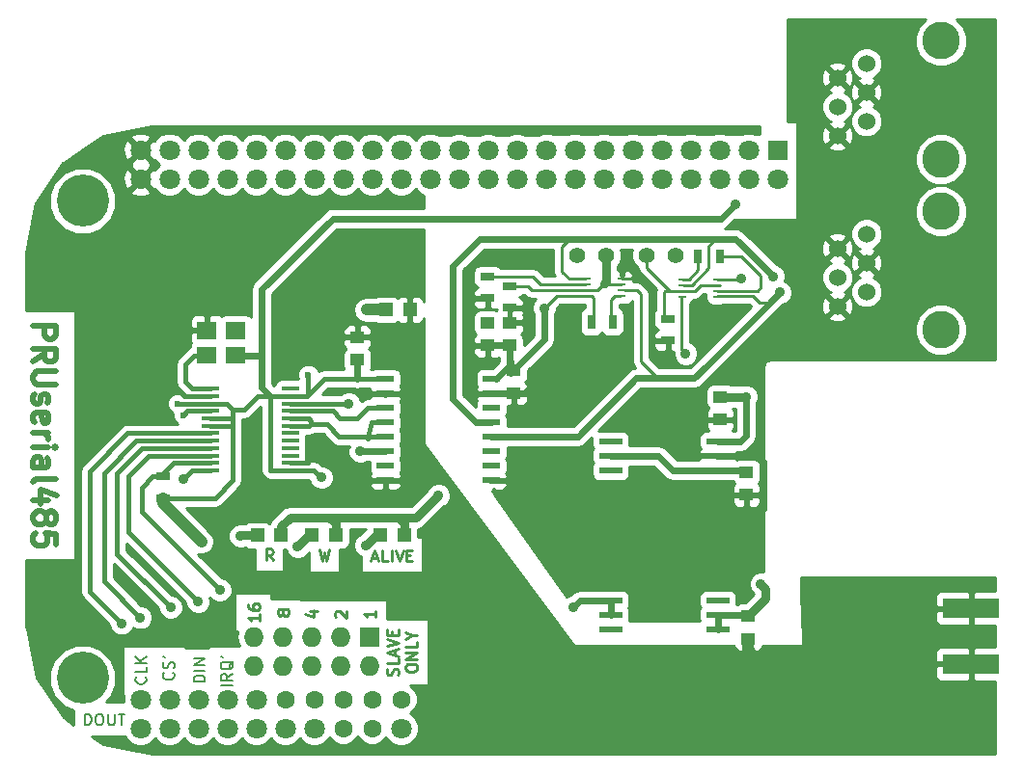
<source format=gbr>
G04 #@! TF.FileFunction,Copper,L1,Top,Signal*
%FSLAX46Y46*%
G04 Gerber Fmt 4.6, Leading zero omitted, Abs format (unit mm)*
G04 Created by KiCad (PCBNEW 4.0.2+e4-6225~38~ubuntu15.10.1-stable) date Seg 30 Mai 2016 09:09:38 BRT*
%MOMM*%
G01*
G04 APERTURE LIST*
%ADD10C,0.100000*%
%ADD11C,0.250000*%
%ADD12C,0.500000*%
%ADD13C,0.200000*%
%ADD14R,1.250000X1.000000*%
%ADD15C,1.524000*%
%ADD16C,3.300000*%
%ADD17C,4.572000*%
%ADD18R,1.800000X1.800000*%
%ADD19C,1.800000*%
%ADD20C,1.600000*%
%ADD21R,0.700000X1.300000*%
%ADD22R,2.000000X0.600000*%
%ADD23R,1.198880X1.198880*%
%ADD24R,1.300000X0.700000*%
%ADD25R,1.500000X0.400000*%
%ADD26R,1.500000X0.600000*%
%ADD27R,1.700000X1.500000*%
%ADD28R,5.000000X1.800000*%
%ADD29C,1.397000*%
%ADD30R,1.727200X1.727200*%
%ADD31O,1.727200X1.727200*%
%ADD32R,0.750000X0.250000*%
%ADD33C,0.900000*%
%ADD34C,0.600000*%
%ADD35C,0.800000*%
%ADD36C,0.600000*%
%ADD37C,0.400000*%
%ADD38C,1.000000*%
%ADD39C,0.254000*%
G04 APERTURE END LIST*
D10*
D11*
X136414095Y-115431867D02*
X136890286Y-115431867D01*
X136318857Y-115717581D02*
X136652190Y-114717581D01*
X136985524Y-115717581D01*
X137795048Y-115717581D02*
X137318857Y-115717581D01*
X137318857Y-114717581D01*
X138128381Y-115717581D02*
X138128381Y-114717581D01*
X138461714Y-114717581D02*
X138795047Y-115717581D01*
X139128381Y-114717581D01*
X139461714Y-115193771D02*
X139795048Y-115193771D01*
X139937905Y-115717581D02*
X139461714Y-115717581D01*
X139461714Y-114717581D01*
X139937905Y-114717581D01*
X131803829Y-114666781D02*
X132041924Y-115666781D01*
X132232401Y-114952495D01*
X132422877Y-115666781D01*
X132660972Y-114666781D01*
X127715924Y-115615981D02*
X127382590Y-115139790D01*
X127144495Y-115615981D02*
X127144495Y-114615981D01*
X127525448Y-114615981D01*
X127620686Y-114663600D01*
X127668305Y-114711219D01*
X127715924Y-114806457D01*
X127715924Y-114949314D01*
X127668305Y-115044552D01*
X127620686Y-115092171D01*
X127525448Y-115139790D01*
X127144495Y-115139790D01*
X138670162Y-125698000D02*
X138717781Y-125555143D01*
X138717781Y-125317047D01*
X138670162Y-125221809D01*
X138622543Y-125174190D01*
X138527305Y-125126571D01*
X138432067Y-125126571D01*
X138336829Y-125174190D01*
X138289210Y-125221809D01*
X138241590Y-125317047D01*
X138193971Y-125507524D01*
X138146352Y-125602762D01*
X138098733Y-125650381D01*
X138003495Y-125698000D01*
X137908257Y-125698000D01*
X137813019Y-125650381D01*
X137765400Y-125602762D01*
X137717781Y-125507524D01*
X137717781Y-125269428D01*
X137765400Y-125126571D01*
X138717781Y-124221809D02*
X138717781Y-124698000D01*
X137717781Y-124698000D01*
X138432067Y-123936095D02*
X138432067Y-123459904D01*
X138717781Y-124031333D02*
X137717781Y-123698000D01*
X138717781Y-123364666D01*
X137717781Y-123174190D02*
X138717781Y-122840857D01*
X137717781Y-122507523D01*
X138193971Y-122174190D02*
X138193971Y-121840856D01*
X138717781Y-121697999D02*
X138717781Y-122174190D01*
X137717781Y-122174190D01*
X137717781Y-121697999D01*
X139367781Y-125150381D02*
X139367781Y-124959904D01*
X139415400Y-124864666D01*
X139510638Y-124769428D01*
X139701114Y-124721809D01*
X140034448Y-124721809D01*
X140224924Y-124769428D01*
X140320162Y-124864666D01*
X140367781Y-124959904D01*
X140367781Y-125150381D01*
X140320162Y-125245619D01*
X140224924Y-125340857D01*
X140034448Y-125388476D01*
X139701114Y-125388476D01*
X139510638Y-125340857D01*
X139415400Y-125245619D01*
X139367781Y-125150381D01*
X140367781Y-124293238D02*
X139367781Y-124293238D01*
X140367781Y-123721809D01*
X139367781Y-123721809D01*
X140367781Y-122769428D02*
X140367781Y-123245619D01*
X139367781Y-123245619D01*
X139891590Y-122245619D02*
X140367781Y-122245619D01*
X139367781Y-122578952D02*
X139891590Y-122245619D01*
X139367781Y-121912285D01*
X136697981Y-120059485D02*
X136697981Y-120630914D01*
X136697981Y-120345200D02*
X135697981Y-120345200D01*
X135840838Y-120440438D01*
X135936076Y-120535676D01*
X135983695Y-120630914D01*
X133253219Y-120630914D02*
X133205600Y-120583295D01*
X133157981Y-120488057D01*
X133157981Y-120249961D01*
X133205600Y-120154723D01*
X133253219Y-120107104D01*
X133348457Y-120059485D01*
X133443695Y-120059485D01*
X133586552Y-120107104D01*
X134157981Y-120678533D01*
X134157981Y-120059485D01*
X130951314Y-120103923D02*
X131617981Y-120103923D01*
X130570362Y-120342019D02*
X131284648Y-120580114D01*
X131284648Y-119961066D01*
X128557352Y-120288038D02*
X128509733Y-120383276D01*
X128462114Y-120430895D01*
X128366876Y-120478514D01*
X128319257Y-120478514D01*
X128224019Y-120430895D01*
X128176400Y-120383276D01*
X128128781Y-120288038D01*
X128128781Y-120097561D01*
X128176400Y-120002323D01*
X128224019Y-119954704D01*
X128319257Y-119907085D01*
X128366876Y-119907085D01*
X128462114Y-119954704D01*
X128509733Y-120002323D01*
X128557352Y-120097561D01*
X128557352Y-120288038D01*
X128604971Y-120383276D01*
X128652590Y-120430895D01*
X128747829Y-120478514D01*
X128938305Y-120478514D01*
X129033543Y-120430895D01*
X129081162Y-120383276D01*
X129128781Y-120288038D01*
X129128781Y-120097561D01*
X129081162Y-120002323D01*
X129033543Y-119954704D01*
X128938305Y-119907085D01*
X128747829Y-119907085D01*
X128652590Y-119954704D01*
X128604971Y-120002323D01*
X128557352Y-120097561D01*
X126537981Y-120383276D02*
X126537981Y-120954705D01*
X126537981Y-120668991D02*
X125537981Y-120668991D01*
X125680838Y-120764229D01*
X125776076Y-120859467D01*
X125823695Y-120954705D01*
X125537981Y-119526133D02*
X125537981Y-119716610D01*
X125585600Y-119811848D01*
X125633219Y-119859467D01*
X125776076Y-119954705D01*
X125966552Y-120002324D01*
X126347505Y-120002324D01*
X126442743Y-119954705D01*
X126490362Y-119907086D01*
X126537981Y-119811848D01*
X126537981Y-119621371D01*
X126490362Y-119526133D01*
X126442743Y-119478514D01*
X126347505Y-119430895D01*
X126109410Y-119430895D01*
X126014171Y-119478514D01*
X125966552Y-119526133D01*
X125918933Y-119621371D01*
X125918933Y-119811848D01*
X125966552Y-119907086D01*
X126014171Y-119954705D01*
X126109410Y-120002324D01*
D12*
X106689638Y-95028952D02*
X108689638Y-95028952D01*
X108689638Y-95790857D01*
X108594400Y-95981333D01*
X108499162Y-96076572D01*
X108308686Y-96171810D01*
X108022971Y-96171810D01*
X107832495Y-96076572D01*
X107737257Y-95981333D01*
X107642019Y-95790857D01*
X107642019Y-95028952D01*
X106689638Y-98171810D02*
X107642019Y-97505143D01*
X106689638Y-97028952D02*
X108689638Y-97028952D01*
X108689638Y-97790857D01*
X108594400Y-97981333D01*
X108499162Y-98076572D01*
X108308686Y-98171810D01*
X108022971Y-98171810D01*
X107832495Y-98076572D01*
X107737257Y-97981333D01*
X107642019Y-97790857D01*
X107642019Y-97028952D01*
X108689638Y-99028952D02*
X107070590Y-99028952D01*
X106880114Y-99124191D01*
X106784876Y-99219429D01*
X106689638Y-99409905D01*
X106689638Y-99790857D01*
X106784876Y-99981333D01*
X106880114Y-100076572D01*
X107070590Y-100171810D01*
X108689638Y-100171810D01*
X106784876Y-101028952D02*
X106689638Y-101219429D01*
X106689638Y-101600381D01*
X106784876Y-101790857D01*
X106975352Y-101886095D01*
X107070590Y-101886095D01*
X107261067Y-101790857D01*
X107356305Y-101600381D01*
X107356305Y-101314667D01*
X107451543Y-101124190D01*
X107642019Y-101028952D01*
X107737257Y-101028952D01*
X107927733Y-101124190D01*
X108022971Y-101314667D01*
X108022971Y-101600381D01*
X107927733Y-101790857D01*
X106784876Y-103505143D02*
X106689638Y-103314667D01*
X106689638Y-102933715D01*
X106784876Y-102743238D01*
X106975352Y-102648000D01*
X107737257Y-102648000D01*
X107927733Y-102743238D01*
X108022971Y-102933715D01*
X108022971Y-103314667D01*
X107927733Y-103505143D01*
X107737257Y-103600381D01*
X107546781Y-103600381D01*
X107356305Y-102648000D01*
X106689638Y-104457524D02*
X108022971Y-104457524D01*
X107642019Y-104457524D02*
X107832495Y-104552763D01*
X107927733Y-104648001D01*
X108022971Y-104838477D01*
X108022971Y-105028953D01*
X106689638Y-105695619D02*
X108022971Y-105695619D01*
X108689638Y-105695619D02*
X108594400Y-105600381D01*
X108499162Y-105695619D01*
X108594400Y-105790858D01*
X108689638Y-105695619D01*
X108499162Y-105695619D01*
X106689638Y-107505143D02*
X107737257Y-107505143D01*
X107927733Y-107409905D01*
X108022971Y-107219429D01*
X108022971Y-106838477D01*
X107927733Y-106648000D01*
X106784876Y-107505143D02*
X106689638Y-107314667D01*
X106689638Y-106838477D01*
X106784876Y-106648000D01*
X106975352Y-106552762D01*
X107165829Y-106552762D01*
X107356305Y-106648000D01*
X107451543Y-106838477D01*
X107451543Y-107314667D01*
X107546781Y-107505143D01*
X106689638Y-108743239D02*
X106784876Y-108552763D01*
X106975352Y-108457524D01*
X108689638Y-108457524D01*
X108022971Y-110362286D02*
X106689638Y-110362286D01*
X108784876Y-109886096D02*
X107356305Y-109409905D01*
X107356305Y-110648001D01*
X107832495Y-111695620D02*
X107927733Y-111505144D01*
X108022971Y-111409905D01*
X108213448Y-111314667D01*
X108308686Y-111314667D01*
X108499162Y-111409905D01*
X108594400Y-111505144D01*
X108689638Y-111695620D01*
X108689638Y-112076572D01*
X108594400Y-112267048D01*
X108499162Y-112362286D01*
X108308686Y-112457525D01*
X108213448Y-112457525D01*
X108022971Y-112362286D01*
X107927733Y-112267048D01*
X107832495Y-112076572D01*
X107832495Y-111695620D01*
X107737257Y-111505144D01*
X107642019Y-111409905D01*
X107451543Y-111314667D01*
X107070590Y-111314667D01*
X106880114Y-111409905D01*
X106784876Y-111505144D01*
X106689638Y-111695620D01*
X106689638Y-112076572D01*
X106784876Y-112267048D01*
X106880114Y-112362286D01*
X107070590Y-112457525D01*
X107451543Y-112457525D01*
X107642019Y-112362286D01*
X107737257Y-112267048D01*
X107832495Y-112076572D01*
X108689638Y-114267048D02*
X108689638Y-113314667D01*
X107737257Y-113219429D01*
X107832495Y-113314667D01*
X107927733Y-113505144D01*
X107927733Y-113981334D01*
X107832495Y-114171810D01*
X107737257Y-114267048D01*
X107546781Y-114362287D01*
X107070590Y-114362287D01*
X106880114Y-114267048D01*
X106784876Y-114171810D01*
X106689638Y-113981334D01*
X106689638Y-113505144D01*
X106784876Y-113314667D01*
X106880114Y-113219429D01*
D13*
X111212524Y-130119381D02*
X111212524Y-129119381D01*
X111450619Y-129119381D01*
X111593477Y-129167000D01*
X111688715Y-129262238D01*
X111736334Y-129357476D01*
X111783953Y-129547952D01*
X111783953Y-129690810D01*
X111736334Y-129881286D01*
X111688715Y-129976524D01*
X111593477Y-130071762D01*
X111450619Y-130119381D01*
X111212524Y-130119381D01*
X112403000Y-129119381D02*
X112593477Y-129119381D01*
X112688715Y-129167000D01*
X112783953Y-129262238D01*
X112831572Y-129452714D01*
X112831572Y-129786048D01*
X112783953Y-129976524D01*
X112688715Y-130071762D01*
X112593477Y-130119381D01*
X112403000Y-130119381D01*
X112307762Y-130071762D01*
X112212524Y-129976524D01*
X112164905Y-129786048D01*
X112164905Y-129452714D01*
X112212524Y-129262238D01*
X112307762Y-129167000D01*
X112403000Y-129119381D01*
X113260143Y-129119381D02*
X113260143Y-129928905D01*
X113307762Y-130024143D01*
X113355381Y-130071762D01*
X113450619Y-130119381D01*
X113641096Y-130119381D01*
X113736334Y-130071762D01*
X113783953Y-130024143D01*
X113831572Y-129928905D01*
X113831572Y-129119381D01*
X114164905Y-129119381D02*
X114736334Y-129119381D01*
X114450619Y-130119381D02*
X114450619Y-129119381D01*
X124150381Y-126636304D02*
X123150381Y-126636304D01*
X124150381Y-125588685D02*
X123674190Y-125922019D01*
X124150381Y-126160114D02*
X123150381Y-126160114D01*
X123150381Y-125779161D01*
X123198000Y-125683923D01*
X123245619Y-125636304D01*
X123340857Y-125588685D01*
X123483714Y-125588685D01*
X123578952Y-125636304D01*
X123626571Y-125683923D01*
X123674190Y-125779161D01*
X123674190Y-126160114D01*
X124245619Y-124493447D02*
X124198000Y-124588685D01*
X124102762Y-124683923D01*
X123959905Y-124826780D01*
X123912286Y-124922019D01*
X123912286Y-125017257D01*
X124150381Y-124969638D02*
X124102762Y-125064876D01*
X124007524Y-125160114D01*
X123817048Y-125207733D01*
X123483714Y-125207733D01*
X123293238Y-125160114D01*
X123198000Y-125064876D01*
X123150381Y-124969638D01*
X123150381Y-124779161D01*
X123198000Y-124683923D01*
X123293238Y-124588685D01*
X123483714Y-124541066D01*
X123817048Y-124541066D01*
X124007524Y-124588685D01*
X124102762Y-124683923D01*
X124150381Y-124779161D01*
X124150381Y-124969638D01*
X123150381Y-124064876D02*
X123340857Y-124160114D01*
X121762781Y-126296609D02*
X120762781Y-126296609D01*
X120762781Y-126058514D01*
X120810400Y-125915656D01*
X120905638Y-125820418D01*
X121000876Y-125772799D01*
X121191352Y-125725180D01*
X121334210Y-125725180D01*
X121524686Y-125772799D01*
X121619924Y-125820418D01*
X121715162Y-125915656D01*
X121762781Y-126058514D01*
X121762781Y-126296609D01*
X121762781Y-125296609D02*
X120762781Y-125296609D01*
X121762781Y-124820419D02*
X120762781Y-124820419D01*
X121762781Y-124248990D01*
X120762781Y-124248990D01*
X118975143Y-125499761D02*
X119022762Y-125547380D01*
X119070381Y-125690237D01*
X119070381Y-125785475D01*
X119022762Y-125928333D01*
X118927524Y-126023571D01*
X118832286Y-126071190D01*
X118641810Y-126118809D01*
X118498952Y-126118809D01*
X118308476Y-126071190D01*
X118213238Y-126023571D01*
X118118000Y-125928333D01*
X118070381Y-125785475D01*
X118070381Y-125690237D01*
X118118000Y-125547380D01*
X118165619Y-125499761D01*
X119022762Y-125118809D02*
X119070381Y-124975952D01*
X119070381Y-124737856D01*
X119022762Y-124642618D01*
X118975143Y-124594999D01*
X118879905Y-124547380D01*
X118784667Y-124547380D01*
X118689429Y-124594999D01*
X118641810Y-124642618D01*
X118594190Y-124737856D01*
X118546571Y-124928333D01*
X118498952Y-125023571D01*
X118451333Y-125071190D01*
X118356095Y-125118809D01*
X118260857Y-125118809D01*
X118165619Y-125071190D01*
X118118000Y-125023571D01*
X118070381Y-124928333D01*
X118070381Y-124690237D01*
X118118000Y-124547380D01*
X118070381Y-124071190D02*
X118260857Y-124166428D01*
X116536743Y-125868038D02*
X116584362Y-125915657D01*
X116631981Y-126058514D01*
X116631981Y-126153752D01*
X116584362Y-126296610D01*
X116489124Y-126391848D01*
X116393886Y-126439467D01*
X116203410Y-126487086D01*
X116060552Y-126487086D01*
X115870076Y-126439467D01*
X115774838Y-126391848D01*
X115679600Y-126296610D01*
X115631981Y-126153752D01*
X115631981Y-126058514D01*
X115679600Y-125915657D01*
X115727219Y-125868038D01*
X116631981Y-124963276D02*
X116631981Y-125439467D01*
X115631981Y-125439467D01*
X116631981Y-124629943D02*
X115631981Y-124629943D01*
X116631981Y-124058514D02*
X116060552Y-124487086D01*
X115631981Y-124058514D02*
X116203410Y-124629943D01*
D14*
X146558000Y-96758000D03*
X146558000Y-94758000D03*
D15*
X177251340Y-75788520D03*
X177251340Y-73248520D03*
X177251340Y-78328520D03*
X179791340Y-71978520D03*
X179791340Y-74518520D03*
X179791340Y-77058520D03*
D16*
X186319140Y-80370680D03*
X186321680Y-69997320D03*
D17*
X111036100Y-84048600D03*
X111036100Y-125958600D03*
D18*
X171996100Y-79603600D03*
D19*
X171996100Y-82143600D03*
X169456100Y-79603600D03*
X169456100Y-82143600D03*
X166916100Y-79603600D03*
X166916100Y-82143600D03*
X164376100Y-79603600D03*
X164376100Y-82143600D03*
X161836100Y-79603600D03*
X161836100Y-82143600D03*
X159296100Y-79603600D03*
X159296100Y-82143600D03*
X156756100Y-79603600D03*
X156756100Y-82143600D03*
X154216100Y-79603600D03*
X154216100Y-82143600D03*
X151676100Y-79603600D03*
X151676100Y-82143600D03*
X149136100Y-79603600D03*
X149136100Y-82143600D03*
X146596100Y-79603600D03*
X146596100Y-82143600D03*
X144056100Y-79603600D03*
X144056100Y-82143600D03*
X141516100Y-79603600D03*
X141516100Y-82143600D03*
X138976100Y-79603600D03*
X138976100Y-82143600D03*
X136436100Y-79603600D03*
X136436100Y-82143600D03*
X133896100Y-79603600D03*
X133896100Y-82143600D03*
X131356100Y-79603600D03*
X131356100Y-82143600D03*
X128816100Y-79603600D03*
X128816100Y-82143600D03*
X126276100Y-79603600D03*
X126276100Y-82143600D03*
X123736100Y-79603600D03*
X123736100Y-82143600D03*
X121196100Y-79603600D03*
X121196100Y-82143600D03*
X118656100Y-79603600D03*
X118656100Y-82143600D03*
X116116100Y-79603600D03*
X116116100Y-82143600D03*
D20*
X138976100Y-127863600D03*
D19*
X138976100Y-130403600D03*
D20*
X136436100Y-127863600D03*
X136436100Y-130403600D03*
X133896100Y-127863600D03*
X133896100Y-130403600D03*
X131356100Y-127863600D03*
D19*
X131356100Y-130403600D03*
D20*
X128816100Y-127863600D03*
D19*
X128816100Y-130403600D03*
X126276100Y-127863600D03*
X126276100Y-130403600D03*
X123736100Y-127863600D03*
X123736100Y-130403600D03*
X121196100Y-127863600D03*
X121196100Y-130403600D03*
X118656100Y-127863600D03*
X118656100Y-130403600D03*
X116116100Y-127863600D03*
X116116100Y-130403600D03*
D21*
X157541000Y-94691200D03*
X155641000Y-94691200D03*
D22*
X166752000Y-121691400D03*
X166752000Y-120421400D03*
X166752000Y-119151400D03*
X166752000Y-107721400D03*
X166752000Y-106451400D03*
X166752000Y-105181400D03*
X157352000Y-105181400D03*
X157352000Y-106451400D03*
X157352000Y-107721400D03*
X157352000Y-119151400D03*
X157352000Y-120421400D03*
X157352000Y-121691400D03*
D23*
X137634980Y-93624400D03*
X139733020Y-93624400D03*
D24*
X118110000Y-110170000D03*
X118110000Y-108270000D03*
D25*
X122230000Y-100565000D03*
X122230000Y-101215000D03*
X122230000Y-101865000D03*
X122230000Y-102515000D03*
X122230000Y-103165000D03*
X122230000Y-103815000D03*
X122230000Y-104465000D03*
X122230000Y-105115000D03*
X122230000Y-105765000D03*
X122230000Y-106415000D03*
X122230000Y-107065000D03*
X122230000Y-107715000D03*
X129230000Y-107715000D03*
X129230000Y-107065000D03*
X129230000Y-106415000D03*
X129230000Y-105765000D03*
X129230000Y-105115000D03*
X129230000Y-104465000D03*
X129230000Y-103815000D03*
X129230000Y-103165000D03*
X129230000Y-102515000D03*
X129230000Y-101865000D03*
X129230000Y-101215000D03*
X129230000Y-100565000D03*
D15*
X177251340Y-90774520D03*
X177251340Y-88234520D03*
X177251340Y-93314520D03*
X179791340Y-86964520D03*
X179791340Y-89504520D03*
X179791340Y-92044520D03*
D16*
X186319140Y-95356680D03*
X186321680Y-84983320D03*
D26*
X137590000Y-99695000D03*
X137590000Y-100965000D03*
X137590000Y-102235000D03*
X137590000Y-103505000D03*
X137590000Y-104775000D03*
X137590000Y-106045000D03*
X137590000Y-107315000D03*
X137590000Y-108585000D03*
X146890000Y-108585000D03*
X146890000Y-107315000D03*
X146890000Y-106045000D03*
X146890000Y-104775000D03*
X146890000Y-103505000D03*
X146890000Y-102235000D03*
X146890000Y-100965000D03*
X146890000Y-99695000D03*
D10*
G36*
X122770000Y-96870000D02*
X122770000Y-98370000D01*
X121070000Y-98370000D01*
X121070000Y-96870000D01*
X122770000Y-96870000D01*
X122770000Y-96870000D01*
G37*
D27*
X121920000Y-95420000D03*
D10*
G36*
X125310000Y-96870000D02*
X125310000Y-98370000D01*
X123610000Y-98370000D01*
X123610000Y-96870000D01*
X125310000Y-96870000D01*
X125310000Y-96870000D01*
G37*
D27*
X124460000Y-95420000D03*
D14*
X135128000Y-96028000D03*
X135128000Y-98028000D03*
X148844000Y-98949000D03*
X148844000Y-100949000D03*
X148463000Y-94758000D03*
X148463000Y-96758000D03*
D28*
X188976000Y-124741000D03*
X188976000Y-119861000D03*
D14*
X166979600Y-101260400D03*
X166979600Y-103260400D03*
X169418000Y-120513600D03*
X169418000Y-122513600D03*
D29*
X154432000Y-88849200D03*
X156972000Y-88849200D03*
X163042600Y-88823800D03*
X160502600Y-88823800D03*
D30*
X136194800Y-122377200D03*
D31*
X136194800Y-124917200D03*
X133654800Y-122377200D03*
X133654800Y-124917200D03*
X131114800Y-122377200D03*
X131114800Y-124917200D03*
X128574800Y-122377200D03*
X128574800Y-124917200D03*
X126034800Y-122377200D03*
X126034800Y-124917200D03*
D24*
X146558000Y-92593200D03*
X146558000Y-90693200D03*
X148488400Y-91556800D03*
X148488400Y-93456800D03*
D21*
X166913600Y-88950800D03*
X165013600Y-88950800D03*
D24*
X162382200Y-94401600D03*
X162382200Y-96301600D03*
D23*
X139225020Y-113385600D03*
X137126980Y-113385600D03*
X133230620Y-113436400D03*
X131132580Y-113436400D03*
X128455420Y-113436400D03*
X126357380Y-113436400D03*
D32*
X158318800Y-90893200D03*
X158318800Y-91393200D03*
X158318800Y-91893200D03*
X158318800Y-92393200D03*
X155218800Y-90893200D03*
X155218800Y-91393200D03*
X155218800Y-92393200D03*
X155218800Y-91893200D03*
X166700800Y-90944000D03*
X166700800Y-91444000D03*
X166700800Y-91944000D03*
X166700800Y-92444000D03*
X163600800Y-90944000D03*
X163600800Y-91444000D03*
X163600800Y-92444000D03*
X163600800Y-91944000D03*
D14*
X169265600Y-107864400D03*
X169265600Y-109864400D03*
D33*
X142240000Y-109931200D03*
X170535600Y-117703600D03*
X169249600Y-101260400D03*
X151511000Y-93472000D03*
X163931600Y-97459800D03*
X161848800Y-98196400D03*
X169443400Y-112445800D03*
X158445200Y-96875600D03*
X162356800Y-102514400D03*
X149656800Y-108559600D03*
X150622000Y-102616000D03*
X131978400Y-108356400D03*
X121462800Y-113995200D03*
D34*
X130810000Y-99314000D03*
X126746000Y-97790000D03*
X119380000Y-101854000D03*
D33*
X168275000Y-84328000D03*
D34*
X119888000Y-102870000D03*
D33*
X119888000Y-108458000D03*
X135940800Y-93624400D03*
X172212000Y-92100400D03*
X171602400Y-90678000D03*
X134366000Y-101854000D03*
X135382000Y-106045000D03*
X123063000Y-118237000D03*
X121158000Y-119253000D03*
X118745000Y-119761000D03*
X116078000Y-120650000D03*
X114427000Y-121158000D03*
X129603500Y-117221000D03*
X154076400Y-119735600D03*
X134239000Y-92456000D03*
X125603000Y-110744000D03*
X135890000Y-114300000D03*
X129895600Y-114452400D03*
X124866400Y-113487200D03*
X168833800Y-90906600D03*
D35*
X133230620Y-113436400D02*
X133230620Y-112402620D01*
X133230620Y-112402620D02*
X132689600Y-111861600D01*
X139225020Y-113385600D02*
X139225020Y-112351820D01*
X139225020Y-112351820D02*
X138734800Y-111861600D01*
X128455420Y-113436400D02*
X128455420Y-112641380D01*
X140309600Y-111861600D02*
X142240000Y-109931200D01*
X129235200Y-111861600D02*
X132689600Y-111861600D01*
X132689600Y-111861600D02*
X138734800Y-111861600D01*
X138734800Y-111861600D02*
X140309600Y-111861600D01*
X128455420Y-112641380D02*
X129235200Y-111861600D01*
X170535600Y-117703600D02*
X170942000Y-118110000D01*
X170942000Y-118110000D02*
X170942000Y-118989600D01*
X169418000Y-120513600D02*
X170942000Y-118989600D01*
D36*
X166752000Y-121691400D02*
X166752000Y-120421400D01*
X166752000Y-120421400D02*
X169325800Y-120421400D01*
X169325800Y-120421400D02*
X169418000Y-120513600D01*
X166752000Y-105181400D02*
X168757600Y-105181400D01*
X169249600Y-104689400D02*
X169249600Y-101260400D01*
X168757600Y-105181400D02*
X169249600Y-104689400D01*
X151511000Y-93472000D02*
X151511000Y-96225360D01*
X148590000Y-99146360D02*
X148590000Y-98425000D01*
X151511000Y-96225360D02*
X148590000Y-99146360D01*
D11*
X154695000Y-92389600D02*
X155661000Y-92389600D01*
X155844200Y-92572800D02*
X155844200Y-94691200D01*
X155661000Y-92389600D02*
X155844200Y-92572800D01*
D35*
X166979600Y-101260400D02*
X169249600Y-101260400D01*
X169249600Y-101260400D02*
X169265600Y-101244400D01*
D36*
X147320000Y-99695000D02*
X148590000Y-98425000D01*
X148590000Y-98425000D02*
X148590000Y-98425000D01*
D37*
X146890000Y-99695000D02*
X147320000Y-99695000D01*
D36*
X148590000Y-98171000D02*
X148590000Y-98425000D01*
X148590000Y-98425000D02*
X148590000Y-98171000D01*
X148463000Y-98552000D02*
X148590000Y-98425000D01*
X148463000Y-96758000D02*
X148463000Y-98552000D01*
D11*
X152593400Y-92389600D02*
X151511000Y-93472000D01*
X163585000Y-97087800D02*
X163931600Y-97459800D01*
X154847400Y-92389600D02*
X152593400Y-92389600D01*
D36*
X146558000Y-96758000D02*
X148463000Y-96758000D01*
D11*
X158318800Y-90893200D02*
X159879600Y-90893200D01*
X160832800Y-97180400D02*
X161848800Y-98196400D01*
X160832800Y-91846400D02*
X160832800Y-97180400D01*
X159879600Y-90893200D02*
X160832800Y-91846400D01*
D36*
X166752000Y-106451400D02*
X170256200Y-106451400D01*
X170764200Y-111125000D02*
X169443400Y-112445800D01*
X170764200Y-106959400D02*
X170764200Y-111125000D01*
X170256200Y-106451400D02*
X170764200Y-106959400D01*
D37*
X150688000Y-99187000D02*
X150688000Y-100904000D01*
X158445200Y-97282000D02*
X158445200Y-96875600D01*
X153720800Y-102006400D02*
X158445200Y-97282000D01*
X151790400Y-102006400D02*
X153720800Y-102006400D01*
X150688000Y-100904000D02*
X151790400Y-102006400D01*
X166979600Y-103260400D02*
X163102800Y-103260400D01*
X163102800Y-103260400D02*
X162356800Y-102514400D01*
X146890000Y-108585000D02*
X149631400Y-108585000D01*
X149631400Y-108585000D02*
X149656800Y-108559600D01*
D36*
X149733000Y-100965000D02*
X146890000Y-100965000D01*
X151511000Y-99187000D02*
X149733000Y-100965000D01*
X150688000Y-99187000D02*
X151511000Y-99187000D01*
D38*
X150688000Y-102550000D02*
X150622000Y-102616000D01*
X150688000Y-99187000D02*
X150688000Y-102550000D01*
D37*
X129230000Y-107715000D02*
X131337000Y-107715000D01*
X131337000Y-107715000D02*
X131978400Y-108356400D01*
D38*
X121462800Y-113995200D02*
X118110000Y-110642400D01*
X118110000Y-110642400D02*
X118110000Y-110170000D01*
D37*
X135128000Y-99695000D02*
X132207000Y-99695000D01*
X137590000Y-99695000D02*
X135128000Y-99695000D01*
X132207000Y-99695000D02*
X130810000Y-101092000D01*
X122230000Y-103815000D02*
X124206000Y-103815000D01*
X124206000Y-103815000D02*
X124206000Y-103886000D01*
X122230000Y-103165000D02*
X124206000Y-103165000D01*
X124206000Y-103165000D02*
X124206000Y-103251000D01*
X122230000Y-101865000D02*
X123709000Y-101865000D01*
X122621000Y-110170000D02*
X118110000Y-110170000D01*
X124206000Y-108585000D02*
X122621000Y-110170000D01*
X124206000Y-102362000D02*
X124206000Y-103251000D01*
X124206000Y-103251000D02*
X124206000Y-103886000D01*
X124206000Y-103886000D02*
X124206000Y-108585000D01*
X123709000Y-101865000D02*
X124206000Y-102362000D01*
X129230000Y-101215000D02*
X130687000Y-101215000D01*
X130810000Y-101092000D02*
X130810000Y-99314000D01*
X130687000Y-101215000D02*
X130810000Y-101092000D01*
D36*
X124460000Y-97620000D02*
X126576000Y-97620000D01*
D37*
X126576000Y-97620000D02*
X126746000Y-97790000D01*
X122230000Y-101865000D02*
X119391000Y-101865000D01*
X119391000Y-101865000D02*
X119380000Y-101854000D01*
X127504000Y-107692000D02*
X127504000Y-101215000D01*
X127527000Y-107715000D02*
X127504000Y-107692000D01*
X129230000Y-107715000D02*
X127527000Y-107715000D01*
X125222000Y-102362000D02*
X126369000Y-101215000D01*
X126369000Y-101215000D02*
X127504000Y-101215000D01*
X124206000Y-102362000D02*
X125222000Y-102362000D01*
D36*
X126746000Y-91821000D02*
X126746000Y-97790000D01*
X126746000Y-100457000D02*
X127504000Y-101215000D01*
D37*
X127504000Y-101215000D02*
X129230000Y-101215000D01*
D36*
X126746000Y-97790000D02*
X126746000Y-100457000D01*
X135128000Y-98028000D02*
X135128000Y-99695000D01*
X168275000Y-84328000D02*
X167005000Y-85598000D01*
X167005000Y-85598000D02*
X132969000Y-85598000D01*
X132969000Y-85598000D02*
X126746000Y-91821000D01*
D37*
X122230000Y-102515000D02*
X120243000Y-102515000D01*
X120243000Y-102515000D02*
X119888000Y-102870000D01*
X122230000Y-107715000D02*
X120631000Y-107715000D01*
X120631000Y-107715000D02*
X119888000Y-108458000D01*
D38*
X137634980Y-93624400D02*
X135940800Y-93624400D01*
D36*
X146890000Y-104775000D02*
X154457400Y-104775000D01*
X154457400Y-104775000D02*
X159613600Y-99618800D01*
X159613600Y-99618800D02*
X161442400Y-99618800D01*
X171348400Y-92964000D02*
X172212000Y-92100400D01*
D11*
X159994600Y-92252800D02*
X159994600Y-98171000D01*
X159633800Y-91892000D02*
X159994600Y-92252800D01*
X159994600Y-98171000D02*
X161442400Y-99618800D01*
D36*
X164693600Y-99618800D02*
X165760400Y-98552000D01*
X165760400Y-98552000D02*
X167589200Y-96723200D01*
X161442400Y-99618800D02*
X164693600Y-99618800D01*
X167589200Y-96723200D02*
X171348400Y-92964000D01*
D11*
X170383200Y-92964000D02*
X171348400Y-92964000D01*
X169859600Y-92440400D02*
X170383200Y-92964000D01*
X158563200Y-91892000D02*
X159633800Y-91892000D01*
D37*
X166598600Y-87401400D02*
X168326197Y-87401400D01*
D36*
X146890000Y-103505000D02*
X145542000Y-103505000D01*
X168300400Y-87376000D02*
X168326197Y-87401400D01*
X168326197Y-87401400D02*
X171602400Y-90627200D01*
X166420800Y-87376000D02*
X168300400Y-87376000D01*
X171602400Y-90627200D02*
X171602400Y-90673800D01*
X143510000Y-101473000D02*
X145542000Y-103505000D01*
X158191200Y-87376000D02*
X163474400Y-87376000D01*
X143510000Y-89763600D02*
X143510000Y-101473000D01*
D11*
X165963600Y-88036400D02*
X166598600Y-87401400D01*
X165963600Y-89941400D02*
X165963600Y-88036400D01*
D36*
X163474400Y-87376000D02*
X165201600Y-87376000D01*
X165201600Y-87376000D02*
X166420800Y-87376000D01*
X156210000Y-87376000D02*
X157632400Y-87376000D01*
X157632400Y-87376000D02*
X158191200Y-87376000D01*
X145897600Y-87376000D02*
X143510000Y-89763600D01*
D11*
X164459800Y-91445200D02*
X165963600Y-89941400D01*
D36*
X149098000Y-87376000D02*
X153746200Y-87376000D01*
X153746200Y-87376000D02*
X156210000Y-87376000D01*
X149098000Y-87376000D02*
X145897600Y-87376000D01*
D11*
X153060400Y-88061800D02*
X153746200Y-87376000D01*
X153060400Y-90246200D02*
X153060400Y-88061800D01*
X153711000Y-90896800D02*
X153060400Y-90246200D01*
X155203000Y-90896800D02*
X153711000Y-90896800D01*
D37*
X136017000Y-104775000D02*
X136017000Y-104902000D01*
X136017000Y-104775000D02*
X137590000Y-104775000D01*
X136017000Y-104902000D02*
X136017000Y-104775000D01*
X131064000Y-103632000D02*
X132475111Y-103632000D01*
X136398000Y-103505000D02*
X137590000Y-103505000D01*
X136017000Y-104775000D02*
X136398000Y-103505000D01*
X133491111Y-104775000D02*
X136017000Y-104775000D01*
X132475111Y-103632000D02*
X133491111Y-104775000D01*
X129230000Y-103165000D02*
X130851000Y-103165000D01*
X130881000Y-103815000D02*
X129230000Y-103815000D01*
X131064000Y-103632000D02*
X130881000Y-103815000D01*
X131064000Y-103378000D02*
X131064000Y-103632000D01*
X130851000Y-103165000D02*
X131064000Y-103378000D01*
X129230000Y-102515000D02*
X132995000Y-102515000D01*
X136017000Y-102235000D02*
X137590000Y-102235000D01*
X135128000Y-103124000D02*
X136017000Y-102235000D01*
X133604000Y-103124000D02*
X135128000Y-103124000D01*
X132995000Y-102515000D02*
X133604000Y-103124000D01*
X129230000Y-101865000D02*
X134377000Y-101865000D01*
D36*
X134377000Y-101865000D02*
X134366000Y-101854000D01*
X135382000Y-106045000D02*
X136271000Y-106045000D01*
X136271000Y-106045000D02*
X137590000Y-106045000D01*
D37*
X118110000Y-108270000D02*
X118110000Y-107950000D01*
X118110000Y-107950000D02*
X118995000Y-107065000D01*
X118995000Y-107065000D02*
X122230000Y-107065000D01*
X117155000Y-108270000D02*
X116205000Y-109220000D01*
X118110000Y-108270000D02*
X117155000Y-108270000D01*
X116205000Y-109220000D02*
X116205000Y-111328200D01*
X116205000Y-111328200D02*
X123113800Y-118237000D01*
X123113800Y-118237000D02*
X123063000Y-118237000D01*
X116851000Y-106415000D02*
X122230000Y-106415000D01*
X115062000Y-108204000D02*
X116851000Y-106415000D01*
X115062000Y-113157000D02*
X115062000Y-108204000D01*
X121158000Y-119253000D02*
X115062000Y-113157000D01*
X122230000Y-105765000D02*
X116231000Y-105765000D01*
X116231000Y-105765000D02*
X114046000Y-107950000D01*
X114046000Y-107950000D02*
X114046000Y-115062000D01*
X114046000Y-115062000D02*
X118745000Y-119761000D01*
X115738000Y-105115000D02*
X122230000Y-105115000D01*
X116078000Y-120650000D02*
X112903000Y-117475000D01*
X112903000Y-117475000D02*
X112903000Y-107950000D01*
X112903000Y-107950000D02*
X115738000Y-105115000D01*
X122230000Y-104465000D02*
X114991000Y-104465000D01*
X111633000Y-118364000D02*
X114427000Y-121158000D01*
X111633000Y-107823000D02*
X111633000Y-118364000D01*
X114991000Y-104465000D02*
X111633000Y-107823000D01*
X121920000Y-97620000D02*
X120820000Y-97620000D01*
X120631000Y-100565000D02*
X122230000Y-100565000D01*
X120015000Y-99949000D02*
X120631000Y-100565000D01*
X120015000Y-98425000D02*
X120015000Y-99949000D01*
X120820000Y-97620000D02*
X120015000Y-98425000D01*
X120015000Y-98425000D02*
X120015000Y-98425000D01*
D38*
X169418000Y-122513600D02*
X169418000Y-123571000D01*
X169494200Y-123647200D02*
X169545000Y-123647200D01*
X169418000Y-123571000D02*
X169494200Y-123647200D01*
D37*
X137590000Y-108585000D02*
X138912600Y-108585000D01*
X138912600Y-108585000D02*
X139649200Y-109321600D01*
D36*
X157352000Y-119151400D02*
X154660600Y-119151400D01*
X154660600Y-119151400D02*
X154076400Y-119735600D01*
X157352000Y-120421400D02*
X157352000Y-119151400D01*
D37*
X129230000Y-107065000D02*
X130806000Y-107065000D01*
X130806000Y-107065000D02*
X130810000Y-107061000D01*
X122230000Y-101215000D02*
X120015000Y-101215000D01*
X137590000Y-100965000D02*
X137541000Y-101092000D01*
X120015000Y-101215000D02*
X119937998Y-101215000D01*
X120015000Y-101215000D02*
X120011000Y-101215000D01*
X120011000Y-101215000D02*
X119634000Y-100838000D01*
D11*
X158233000Y-92389600D02*
X157698800Y-92389600D01*
X157698800Y-92389600D02*
X157337800Y-92750600D01*
X157337800Y-92750600D02*
X157337800Y-94691200D01*
X151211400Y-91394400D02*
X155152200Y-91394400D01*
X150510200Y-90693200D02*
X151211400Y-91394400D01*
X146558000Y-90693200D02*
X150510200Y-90693200D01*
X158318800Y-91393200D02*
X156914800Y-91393200D01*
X156914800Y-91393200D02*
X156814400Y-91292800D01*
D35*
X156921200Y-88900000D02*
X156921200Y-89865200D01*
X156921200Y-91186000D02*
X156814400Y-91292800D01*
X156921200Y-89865200D02*
X156921200Y-91186000D01*
D11*
X154542600Y-91892000D02*
X150388200Y-91892000D01*
X150053000Y-91556800D02*
X148488400Y-91556800D01*
X150388200Y-91892000D02*
X150053000Y-91556800D01*
X154517200Y-91892000D02*
X156215200Y-91892000D01*
X156215200Y-91892000D02*
X156814400Y-91292800D01*
X168808400Y-88950800D02*
X166913600Y-88950800D01*
X170510200Y-90652600D02*
X168808400Y-88950800D01*
X170510200Y-91643200D02*
X170510200Y-90652600D01*
X170210600Y-91942800D02*
X170510200Y-91643200D01*
X165013600Y-88950800D02*
X165013600Y-90154800D01*
X165013600Y-90154800D02*
X164220800Y-90947600D01*
X162026600Y-94503200D02*
X162026600Y-92069800D01*
X162026600Y-92069800D02*
X162153600Y-91942800D01*
X160502600Y-88823800D02*
X160502600Y-89916000D01*
X162529400Y-91942800D02*
X162153600Y-91942800D01*
X160502600Y-89916000D02*
X162529400Y-91942800D01*
X162584200Y-91949200D02*
X162560000Y-91973400D01*
D35*
X135890000Y-114300000D02*
X136804400Y-113385600D01*
X136804400Y-113385600D02*
X137126980Y-113385600D01*
X131132580Y-113436400D02*
X130911600Y-113436400D01*
X130911600Y-113436400D02*
X129895600Y-114452400D01*
D37*
X129895600Y-114452400D02*
X130911600Y-113436400D01*
D35*
X124917200Y-113436400D02*
X126357380Y-113436400D01*
X124866400Y-113487200D02*
X124917200Y-113436400D01*
D36*
X166752000Y-107721400D02*
X169122600Y-107721400D01*
X169122600Y-107721400D02*
X169265600Y-107864400D01*
X157352000Y-106451400D02*
X161518600Y-106451400D01*
X162788600Y-107721400D02*
X166752000Y-107721400D01*
X161518600Y-106451400D02*
X162788600Y-107721400D01*
D11*
X166700800Y-90944000D02*
X168796400Y-90944000D01*
X168796400Y-90944000D02*
X168833800Y-90906600D01*
X165221800Y-91445200D02*
X166945200Y-91445200D01*
X164724200Y-91942800D02*
X165221800Y-91445200D01*
X166691200Y-91942800D02*
X170210600Y-91942800D01*
X166665800Y-92440400D02*
X169859600Y-92440400D01*
X164220800Y-90947600D02*
X163635800Y-90947600D01*
X163737400Y-91445200D02*
X164459800Y-91445200D01*
X163585000Y-92491200D02*
X163585000Y-97087800D01*
X163600800Y-91944000D02*
X162584200Y-91949200D01*
X163686600Y-91942800D02*
X164724200Y-91942800D01*
D39*
G36*
X184385681Y-68701281D02*
X184037077Y-69540811D01*
X184036284Y-70449841D01*
X184383422Y-71289978D01*
X185025641Y-71933319D01*
X185865171Y-72281923D01*
X186774201Y-72282716D01*
X187614338Y-71935578D01*
X188257679Y-71293359D01*
X188606283Y-70453829D01*
X188607076Y-69544799D01*
X188259938Y-68704662D01*
X187678292Y-68122000D01*
X191085000Y-68122000D01*
X191085000Y-76686954D01*
X191065000Y-76787500D01*
X191065000Y-97990000D01*
X171425000Y-97990000D01*
X171162862Y-98042143D01*
X170940632Y-98190632D01*
X170792143Y-98412862D01*
X170740000Y-98675000D01*
X170740000Y-116400000D01*
X170786325Y-116632890D01*
X170752367Y-116618789D01*
X170320727Y-116618412D01*
X169921800Y-116783246D01*
X169616318Y-117088195D01*
X169450789Y-117486833D01*
X169450412Y-117918473D01*
X169615246Y-118317400D01*
X169882634Y-118585255D01*
X169101728Y-119366160D01*
X168793000Y-119366160D01*
X168557683Y-119410438D01*
X168439635Y-119486400D01*
X168392352Y-119486400D01*
X168399440Y-119451400D01*
X168399440Y-118851400D01*
X168355162Y-118616083D01*
X168216090Y-118399959D01*
X168003890Y-118254969D01*
X167752000Y-118203960D01*
X165752000Y-118203960D01*
X165516683Y-118248238D01*
X165300559Y-118387310D01*
X165155569Y-118599510D01*
X165104560Y-118851400D01*
X165104560Y-119451400D01*
X165148838Y-119686717D01*
X165212678Y-119785928D01*
X165155569Y-119869510D01*
X165104560Y-120121400D01*
X165104560Y-120721400D01*
X165138919Y-120904000D01*
X158962463Y-120904000D01*
X158999440Y-120721400D01*
X158999440Y-120121400D01*
X158955162Y-119886083D01*
X158891322Y-119786872D01*
X158948431Y-119703290D01*
X158999440Y-119451400D01*
X158999440Y-118851400D01*
X158955162Y-118616083D01*
X158816090Y-118399959D01*
X158603890Y-118254969D01*
X158352000Y-118203960D01*
X156352000Y-118203960D01*
X156285887Y-118216400D01*
X154660605Y-118216400D01*
X154660600Y-118216399D01*
X154362156Y-118275764D01*
X154302791Y-118287573D01*
X154153524Y-118387310D01*
X153999455Y-118490255D01*
X153823646Y-118666064D01*
X153462600Y-118815246D01*
X153442433Y-118835378D01*
X147409183Y-110150150D01*
X168005600Y-110150150D01*
X168005600Y-110490709D01*
X168102273Y-110724098D01*
X168280901Y-110902727D01*
X168514290Y-110999400D01*
X168979850Y-110999400D01*
X169138600Y-110840650D01*
X169138600Y-109991400D01*
X169392600Y-109991400D01*
X169392600Y-110840650D01*
X169551350Y-110999400D01*
X170016910Y-110999400D01*
X170250299Y-110902727D01*
X170428927Y-110724098D01*
X170525600Y-110490709D01*
X170525600Y-110150150D01*
X170366850Y-109991400D01*
X169392600Y-109991400D01*
X169138600Y-109991400D01*
X168164350Y-109991400D01*
X168005600Y-110150150D01*
X147409183Y-110150150D01*
X146971445Y-109520000D01*
X147017002Y-109520000D01*
X147017002Y-109361252D01*
X147175750Y-109520000D01*
X147766309Y-109520000D01*
X147999698Y-109423327D01*
X148178327Y-109244699D01*
X148275000Y-109011310D01*
X148275000Y-108870750D01*
X148116250Y-108712000D01*
X147017000Y-108712000D01*
X147017000Y-108732000D01*
X146763000Y-108732000D01*
X146763000Y-108712000D01*
X146743000Y-108712000D01*
X146743000Y-108458000D01*
X146763000Y-108458000D01*
X146763000Y-108438000D01*
X147017000Y-108438000D01*
X147017000Y-108458000D01*
X148116250Y-108458000D01*
X148275000Y-108299250D01*
X148275000Y-108158690D01*
X148185194Y-107941878D01*
X148236431Y-107866890D01*
X148287440Y-107615000D01*
X148287440Y-107015000D01*
X148243162Y-106779683D01*
X148179322Y-106680472D01*
X148236431Y-106596890D01*
X148287440Y-106345000D01*
X148287440Y-105745000D01*
X148280854Y-105710000D01*
X154457400Y-105710000D01*
X154815209Y-105638827D01*
X155118545Y-105436145D01*
X155712500Y-104842190D01*
X155704560Y-104881400D01*
X155704560Y-105481400D01*
X155748838Y-105716717D01*
X155812678Y-105815928D01*
X155755569Y-105899510D01*
X155704560Y-106151400D01*
X155704560Y-106751400D01*
X155748838Y-106986717D01*
X155812678Y-107085928D01*
X155755569Y-107169510D01*
X155704560Y-107421400D01*
X155704560Y-108021400D01*
X155748838Y-108256717D01*
X155887910Y-108472841D01*
X156100110Y-108617831D01*
X156352000Y-108668840D01*
X158352000Y-108668840D01*
X158587317Y-108624562D01*
X158803441Y-108485490D01*
X158948431Y-108273290D01*
X158999440Y-108021400D01*
X158999440Y-107421400D01*
X158992854Y-107386400D01*
X161131310Y-107386400D01*
X162127455Y-108382545D01*
X162430791Y-108585227D01*
X162788600Y-108656400D01*
X165690569Y-108656400D01*
X165752000Y-108668840D01*
X167752000Y-108668840D01*
X167818113Y-108656400D01*
X168073913Y-108656400D01*
X168176510Y-108815841D01*
X168244606Y-108862369D01*
X168102273Y-109004702D01*
X168005600Y-109238091D01*
X168005600Y-109578650D01*
X168164350Y-109737400D01*
X169138600Y-109737400D01*
X169138600Y-109717400D01*
X169392600Y-109717400D01*
X169392600Y-109737400D01*
X170366850Y-109737400D01*
X170525600Y-109578650D01*
X170525600Y-109238091D01*
X170428927Y-109004702D01*
X170287690Y-108863464D01*
X170342041Y-108828490D01*
X170487031Y-108616290D01*
X170538040Y-108364400D01*
X170538040Y-107364400D01*
X170493762Y-107129083D01*
X170354690Y-106912959D01*
X170142490Y-106767969D01*
X169890600Y-106716960D01*
X168640600Y-106716960D01*
X168405283Y-106761238D01*
X168387000Y-106773003D01*
X168387000Y-106737150D01*
X168228250Y-106578400D01*
X166879000Y-106578400D01*
X166879000Y-106598400D01*
X166625000Y-106598400D01*
X166625000Y-106578400D01*
X165275750Y-106578400D01*
X165117000Y-106737150D01*
X165117000Y-106786400D01*
X163175890Y-106786400D01*
X162179745Y-105790255D01*
X161876409Y-105587573D01*
X161518600Y-105516400D01*
X158992352Y-105516400D01*
X158999440Y-105481400D01*
X158999440Y-104881400D01*
X165104560Y-104881400D01*
X165104560Y-105481400D01*
X165148838Y-105716717D01*
X165207178Y-105807380D01*
X165117000Y-106025090D01*
X165117000Y-106165650D01*
X165275750Y-106324400D01*
X166625000Y-106324400D01*
X166625000Y-106304400D01*
X166879000Y-106304400D01*
X166879000Y-106324400D01*
X168228250Y-106324400D01*
X168387000Y-106165650D01*
X168387000Y-106116400D01*
X168757600Y-106116400D01*
X169115409Y-106045227D01*
X169418745Y-105842545D01*
X169910745Y-105350545D01*
X170113427Y-105047209D01*
X170184600Y-104689400D01*
X170184600Y-101837952D01*
X170334411Y-101477167D01*
X170334788Y-101045527D01*
X170169954Y-100646600D01*
X169865005Y-100341118D01*
X169466367Y-100175589D01*
X169034727Y-100175212D01*
X168913263Y-100225400D01*
X167946397Y-100225400D01*
X167856490Y-100163969D01*
X167604600Y-100112960D01*
X166354600Y-100112960D01*
X166119283Y-100157238D01*
X165903159Y-100296310D01*
X165758169Y-100508510D01*
X165707160Y-100760400D01*
X165707160Y-101760400D01*
X165751438Y-101995717D01*
X165890510Y-102211841D01*
X165958606Y-102258369D01*
X165816273Y-102400702D01*
X165719600Y-102634091D01*
X165719600Y-102974650D01*
X165878350Y-103133400D01*
X166852600Y-103133400D01*
X166852600Y-103113400D01*
X167106600Y-103113400D01*
X167106600Y-103133400D01*
X168080850Y-103133400D01*
X168239600Y-102974650D01*
X168239600Y-102634091D01*
X168142927Y-102400702D01*
X168037626Y-102295400D01*
X168314600Y-102295400D01*
X168314600Y-104246400D01*
X168016626Y-104246400D01*
X168142927Y-104120098D01*
X168239600Y-103886709D01*
X168239600Y-103546150D01*
X168080850Y-103387400D01*
X167106600Y-103387400D01*
X167106600Y-103407400D01*
X166852600Y-103407400D01*
X166852600Y-103387400D01*
X165878350Y-103387400D01*
X165719600Y-103546150D01*
X165719600Y-103886709D01*
X165816273Y-104120098D01*
X165930134Y-104233960D01*
X165752000Y-104233960D01*
X165516683Y-104278238D01*
X165300559Y-104417310D01*
X165155569Y-104629510D01*
X165104560Y-104881400D01*
X158999440Y-104881400D01*
X158955162Y-104646083D01*
X158816090Y-104429959D01*
X158603890Y-104284969D01*
X158352000Y-104233960D01*
X156352000Y-104233960D01*
X156313482Y-104241208D01*
X160000890Y-100553800D01*
X164693600Y-100553800D01*
X165051409Y-100482627D01*
X165354745Y-100279945D01*
X169825489Y-95809201D01*
X184033744Y-95809201D01*
X184380882Y-96649338D01*
X185023101Y-97292679D01*
X185862631Y-97641283D01*
X186771661Y-97642076D01*
X187611798Y-97294938D01*
X188255139Y-96652719D01*
X188603743Y-95813189D01*
X188604536Y-94904159D01*
X188257398Y-94064022D01*
X187615179Y-93420681D01*
X186775649Y-93072077D01*
X185866619Y-93071284D01*
X185026482Y-93418422D01*
X184383141Y-94060641D01*
X184034537Y-94900171D01*
X184033744Y-95809201D01*
X169825489Y-95809201D01*
X171339957Y-94294733D01*
X176450732Y-94294733D01*
X176520197Y-94536917D01*
X177043642Y-94723664D01*
X177598708Y-94695882D01*
X177982483Y-94536917D01*
X178051948Y-94294733D01*
X177251340Y-93494125D01*
X176450732Y-94294733D01*
X171339957Y-94294733D01*
X172464754Y-93169936D01*
X172617500Y-93106822D01*
X175842196Y-93106822D01*
X175869978Y-93661888D01*
X176028943Y-94045663D01*
X176271127Y-94115128D01*
X177071735Y-93314520D01*
X177430945Y-93314520D01*
X178231553Y-94115128D01*
X178473737Y-94045663D01*
X178660484Y-93522218D01*
X178632702Y-92967152D01*
X178473737Y-92583377D01*
X178231553Y-92513912D01*
X177430945Y-93314520D01*
X177071735Y-93314520D01*
X176271127Y-92513912D01*
X176028943Y-92583377D01*
X175842196Y-93106822D01*
X172617500Y-93106822D01*
X172825800Y-93020754D01*
X173131282Y-92715805D01*
X173296811Y-92317167D01*
X173297188Y-91885527D01*
X173132354Y-91486600D01*
X172827405Y-91181118D01*
X172606412Y-91089354D01*
X172622262Y-91051181D01*
X175854098Y-91051181D01*
X176066330Y-91564823D01*
X176458970Y-91958149D01*
X176651067Y-92037915D01*
X176520197Y-92092123D01*
X176450732Y-92334307D01*
X177251340Y-93134915D01*
X178051948Y-92334307D01*
X178048184Y-92321181D01*
X178394098Y-92321181D01*
X178606330Y-92834823D01*
X178998970Y-93228149D01*
X179512240Y-93441277D01*
X180068001Y-93441762D01*
X180581643Y-93229530D01*
X180974969Y-92836890D01*
X181188097Y-92323620D01*
X181188582Y-91767859D01*
X180976350Y-91254217D01*
X180583710Y-90860891D01*
X180391613Y-90781125D01*
X180522483Y-90726917D01*
X180591948Y-90484733D01*
X179791340Y-89684125D01*
X178990732Y-90484733D01*
X179060197Y-90726917D01*
X179200658Y-90777029D01*
X179001037Y-90859510D01*
X178607711Y-91252150D01*
X178394583Y-91765420D01*
X178394098Y-92321181D01*
X178048184Y-92321181D01*
X177982483Y-92092123D01*
X177842022Y-92042011D01*
X178041643Y-91959530D01*
X178434969Y-91566890D01*
X178648097Y-91053620D01*
X178648582Y-90497859D01*
X178436350Y-89984217D01*
X178043710Y-89590891D01*
X177851613Y-89511125D01*
X177982483Y-89456917D01*
X178028402Y-89296822D01*
X178382196Y-89296822D01*
X178409978Y-89851888D01*
X178568943Y-90235663D01*
X178811127Y-90305128D01*
X179611735Y-89504520D01*
X179970945Y-89504520D01*
X180771553Y-90305128D01*
X181013737Y-90235663D01*
X181200484Y-89712218D01*
X181172702Y-89157152D01*
X181013737Y-88773377D01*
X180771553Y-88703912D01*
X179970945Y-89504520D01*
X179611735Y-89504520D01*
X178811127Y-88703912D01*
X178568943Y-88773377D01*
X178382196Y-89296822D01*
X178028402Y-89296822D01*
X178051948Y-89214733D01*
X177251340Y-88414125D01*
X176450732Y-89214733D01*
X176520197Y-89456917D01*
X176660658Y-89507029D01*
X176461037Y-89589510D01*
X176067711Y-89982150D01*
X175854583Y-90495420D01*
X175854098Y-91051181D01*
X172622262Y-91051181D01*
X172687211Y-90894767D01*
X172687588Y-90463127D01*
X172522754Y-90064200D01*
X172217805Y-89758718D01*
X171932825Y-89640384D01*
X170294052Y-88026822D01*
X175842196Y-88026822D01*
X175869978Y-88581888D01*
X176028943Y-88965663D01*
X176271127Y-89035128D01*
X177071735Y-88234520D01*
X177430945Y-88234520D01*
X178231553Y-89035128D01*
X178473737Y-88965663D01*
X178660484Y-88442218D01*
X178632702Y-87887152D01*
X178473737Y-87503377D01*
X178231553Y-87433912D01*
X177430945Y-88234520D01*
X177071735Y-88234520D01*
X176271127Y-87433912D01*
X176028943Y-87503377D01*
X175842196Y-88026822D01*
X170294052Y-88026822D01*
X169509467Y-87254307D01*
X176450732Y-87254307D01*
X177251340Y-88054915D01*
X178051948Y-87254307D01*
X178048184Y-87241181D01*
X178394098Y-87241181D01*
X178606330Y-87754823D01*
X178998970Y-88148149D01*
X179191067Y-88227915D01*
X179060197Y-88282123D01*
X178990732Y-88524307D01*
X179791340Y-89324915D01*
X180591948Y-88524307D01*
X180522483Y-88282123D01*
X180382022Y-88232011D01*
X180581643Y-88149530D01*
X180974969Y-87756890D01*
X181188097Y-87243620D01*
X181188582Y-86687859D01*
X180976350Y-86174217D01*
X180583710Y-85780891D01*
X180070440Y-85567763D01*
X179514679Y-85567278D01*
X179001037Y-85779510D01*
X178607711Y-86172150D01*
X178394583Y-86685420D01*
X178394098Y-87241181D01*
X178048184Y-87241181D01*
X177982483Y-87012123D01*
X177459038Y-86825376D01*
X176903972Y-86853158D01*
X176520197Y-87012123D01*
X176450732Y-87254307D01*
X169509467Y-87254307D01*
X168982197Y-86735150D01*
X168982194Y-86735148D01*
X168956398Y-86709748D01*
X168806902Y-86611526D01*
X168658209Y-86512173D01*
X168654588Y-86511453D01*
X168651500Y-86509424D01*
X168475781Y-86475886D01*
X168300400Y-86441000D01*
X167393979Y-86441000D01*
X167666145Y-86259145D01*
X168200290Y-85725000D01*
X173609000Y-85725000D01*
X173658410Y-85714994D01*
X173700035Y-85686553D01*
X173727315Y-85644159D01*
X173736000Y-85598000D01*
X173736000Y-85435841D01*
X184036284Y-85435841D01*
X184383422Y-86275978D01*
X185025641Y-86919319D01*
X185865171Y-87267923D01*
X186774201Y-87268716D01*
X187614338Y-86921578D01*
X188257679Y-86279359D01*
X188606283Y-85439829D01*
X188607076Y-84530799D01*
X188259938Y-83690662D01*
X187617719Y-83047321D01*
X186778189Y-82698717D01*
X185869159Y-82697924D01*
X185029022Y-83045062D01*
X184385681Y-83687281D01*
X184037077Y-84526811D01*
X184036284Y-85435841D01*
X173736000Y-85435841D01*
X173736000Y-80823201D01*
X184033744Y-80823201D01*
X184380882Y-81663338D01*
X185023101Y-82306679D01*
X185862631Y-82655283D01*
X186771661Y-82656076D01*
X187611798Y-82308938D01*
X188255139Y-81666719D01*
X188603743Y-80827189D01*
X188604536Y-79918159D01*
X188257398Y-79078022D01*
X187615179Y-78434681D01*
X186775649Y-78086077D01*
X185866619Y-78085284D01*
X185026482Y-78432422D01*
X184383141Y-79074641D01*
X184034537Y-79914171D01*
X184033744Y-80823201D01*
X173736000Y-80823201D01*
X173736000Y-79308733D01*
X176450732Y-79308733D01*
X176520197Y-79550917D01*
X177043642Y-79737664D01*
X177598708Y-79709882D01*
X177982483Y-79550917D01*
X178051948Y-79308733D01*
X177251340Y-78508125D01*
X176450732Y-79308733D01*
X173736000Y-79308733D01*
X173736000Y-78120822D01*
X175842196Y-78120822D01*
X175869978Y-78675888D01*
X176028943Y-79059663D01*
X176271127Y-79129128D01*
X177071735Y-78328520D01*
X177430945Y-78328520D01*
X178231553Y-79129128D01*
X178473737Y-79059663D01*
X178660484Y-78536218D01*
X178632702Y-77981152D01*
X178473737Y-77597377D01*
X178231553Y-77527912D01*
X177430945Y-78328520D01*
X177071735Y-78328520D01*
X176271127Y-77527912D01*
X176028943Y-77597377D01*
X175842196Y-78120822D01*
X173736000Y-78120822D01*
X173736000Y-77216000D01*
X173725994Y-77166590D01*
X173697553Y-77124965D01*
X173655159Y-77097685D01*
X173609000Y-77089000D01*
X172846476Y-77089000D01*
X172897000Y-76835000D01*
X172884369Y-76771500D01*
X172897000Y-76708000D01*
X172897000Y-76065181D01*
X175854098Y-76065181D01*
X176066330Y-76578823D01*
X176458970Y-76972149D01*
X176651067Y-77051915D01*
X176520197Y-77106123D01*
X176450732Y-77348307D01*
X177251340Y-78148915D01*
X178051948Y-77348307D01*
X178048184Y-77335181D01*
X178394098Y-77335181D01*
X178606330Y-77848823D01*
X178998970Y-78242149D01*
X179512240Y-78455277D01*
X180068001Y-78455762D01*
X180581643Y-78243530D01*
X180974969Y-77850890D01*
X181188097Y-77337620D01*
X181188582Y-76781859D01*
X180976350Y-76268217D01*
X180583710Y-75874891D01*
X180391613Y-75795125D01*
X180522483Y-75740917D01*
X180591948Y-75498733D01*
X179791340Y-74698125D01*
X178990732Y-75498733D01*
X179060197Y-75740917D01*
X179200658Y-75791029D01*
X179001037Y-75873510D01*
X178607711Y-76266150D01*
X178394583Y-76779420D01*
X178394098Y-77335181D01*
X178048184Y-77335181D01*
X177982483Y-77106123D01*
X177842022Y-77056011D01*
X178041643Y-76973530D01*
X178434969Y-76580890D01*
X178648097Y-76067620D01*
X178648582Y-75511859D01*
X178436350Y-74998217D01*
X178043710Y-74604891D01*
X177851613Y-74525125D01*
X177982483Y-74470917D01*
X178028402Y-74310822D01*
X178382196Y-74310822D01*
X178409978Y-74865888D01*
X178568943Y-75249663D01*
X178811127Y-75319128D01*
X179611735Y-74518520D01*
X179970945Y-74518520D01*
X180771553Y-75319128D01*
X181013737Y-75249663D01*
X181200484Y-74726218D01*
X181172702Y-74171152D01*
X181013737Y-73787377D01*
X180771553Y-73717912D01*
X179970945Y-74518520D01*
X179611735Y-74518520D01*
X178811127Y-73717912D01*
X178568943Y-73787377D01*
X178382196Y-74310822D01*
X178028402Y-74310822D01*
X178051948Y-74228733D01*
X177251340Y-73428125D01*
X176450732Y-74228733D01*
X176520197Y-74470917D01*
X176660658Y-74521029D01*
X176461037Y-74603510D01*
X176067711Y-74996150D01*
X175854583Y-75509420D01*
X175854098Y-76065181D01*
X172897000Y-76065181D01*
X172897000Y-73040822D01*
X175842196Y-73040822D01*
X175869978Y-73595888D01*
X176028943Y-73979663D01*
X176271127Y-74049128D01*
X177071735Y-73248520D01*
X177430945Y-73248520D01*
X178231553Y-74049128D01*
X178473737Y-73979663D01*
X178660484Y-73456218D01*
X178632702Y-72901152D01*
X178473737Y-72517377D01*
X178231553Y-72447912D01*
X177430945Y-73248520D01*
X177071735Y-73248520D01*
X176271127Y-72447912D01*
X176028943Y-72517377D01*
X175842196Y-73040822D01*
X172897000Y-73040822D01*
X172897000Y-72268307D01*
X176450732Y-72268307D01*
X177251340Y-73068915D01*
X178051948Y-72268307D01*
X178048184Y-72255181D01*
X178394098Y-72255181D01*
X178606330Y-72768823D01*
X178998970Y-73162149D01*
X179191067Y-73241915D01*
X179060197Y-73296123D01*
X178990732Y-73538307D01*
X179791340Y-74338915D01*
X180591948Y-73538307D01*
X180522483Y-73296123D01*
X180382022Y-73246011D01*
X180581643Y-73163530D01*
X180974969Y-72770890D01*
X181188097Y-72257620D01*
X181188582Y-71701859D01*
X180976350Y-71188217D01*
X180583710Y-70794891D01*
X180070440Y-70581763D01*
X179514679Y-70581278D01*
X179001037Y-70793510D01*
X178607711Y-71186150D01*
X178394583Y-71699420D01*
X178394098Y-72255181D01*
X178048184Y-72255181D01*
X177982483Y-72026123D01*
X177459038Y-71839376D01*
X176903972Y-71867158D01*
X176520197Y-72026123D01*
X176450732Y-72268307D01*
X172897000Y-72268307D01*
X172897000Y-68122000D01*
X184965974Y-68122000D01*
X184385681Y-68701281D01*
X184385681Y-68701281D01*
G37*
X184385681Y-68701281D02*
X184037077Y-69540811D01*
X184036284Y-70449841D01*
X184383422Y-71289978D01*
X185025641Y-71933319D01*
X185865171Y-72281923D01*
X186774201Y-72282716D01*
X187614338Y-71935578D01*
X188257679Y-71293359D01*
X188606283Y-70453829D01*
X188607076Y-69544799D01*
X188259938Y-68704662D01*
X187678292Y-68122000D01*
X191085000Y-68122000D01*
X191085000Y-76686954D01*
X191065000Y-76787500D01*
X191065000Y-97990000D01*
X171425000Y-97990000D01*
X171162862Y-98042143D01*
X170940632Y-98190632D01*
X170792143Y-98412862D01*
X170740000Y-98675000D01*
X170740000Y-116400000D01*
X170786325Y-116632890D01*
X170752367Y-116618789D01*
X170320727Y-116618412D01*
X169921800Y-116783246D01*
X169616318Y-117088195D01*
X169450789Y-117486833D01*
X169450412Y-117918473D01*
X169615246Y-118317400D01*
X169882634Y-118585255D01*
X169101728Y-119366160D01*
X168793000Y-119366160D01*
X168557683Y-119410438D01*
X168439635Y-119486400D01*
X168392352Y-119486400D01*
X168399440Y-119451400D01*
X168399440Y-118851400D01*
X168355162Y-118616083D01*
X168216090Y-118399959D01*
X168003890Y-118254969D01*
X167752000Y-118203960D01*
X165752000Y-118203960D01*
X165516683Y-118248238D01*
X165300559Y-118387310D01*
X165155569Y-118599510D01*
X165104560Y-118851400D01*
X165104560Y-119451400D01*
X165148838Y-119686717D01*
X165212678Y-119785928D01*
X165155569Y-119869510D01*
X165104560Y-120121400D01*
X165104560Y-120721400D01*
X165138919Y-120904000D01*
X158962463Y-120904000D01*
X158999440Y-120721400D01*
X158999440Y-120121400D01*
X158955162Y-119886083D01*
X158891322Y-119786872D01*
X158948431Y-119703290D01*
X158999440Y-119451400D01*
X158999440Y-118851400D01*
X158955162Y-118616083D01*
X158816090Y-118399959D01*
X158603890Y-118254969D01*
X158352000Y-118203960D01*
X156352000Y-118203960D01*
X156285887Y-118216400D01*
X154660605Y-118216400D01*
X154660600Y-118216399D01*
X154362156Y-118275764D01*
X154302791Y-118287573D01*
X154153524Y-118387310D01*
X153999455Y-118490255D01*
X153823646Y-118666064D01*
X153462600Y-118815246D01*
X153442433Y-118835378D01*
X147409183Y-110150150D01*
X168005600Y-110150150D01*
X168005600Y-110490709D01*
X168102273Y-110724098D01*
X168280901Y-110902727D01*
X168514290Y-110999400D01*
X168979850Y-110999400D01*
X169138600Y-110840650D01*
X169138600Y-109991400D01*
X169392600Y-109991400D01*
X169392600Y-110840650D01*
X169551350Y-110999400D01*
X170016910Y-110999400D01*
X170250299Y-110902727D01*
X170428927Y-110724098D01*
X170525600Y-110490709D01*
X170525600Y-110150150D01*
X170366850Y-109991400D01*
X169392600Y-109991400D01*
X169138600Y-109991400D01*
X168164350Y-109991400D01*
X168005600Y-110150150D01*
X147409183Y-110150150D01*
X146971445Y-109520000D01*
X147017002Y-109520000D01*
X147017002Y-109361252D01*
X147175750Y-109520000D01*
X147766309Y-109520000D01*
X147999698Y-109423327D01*
X148178327Y-109244699D01*
X148275000Y-109011310D01*
X148275000Y-108870750D01*
X148116250Y-108712000D01*
X147017000Y-108712000D01*
X147017000Y-108732000D01*
X146763000Y-108732000D01*
X146763000Y-108712000D01*
X146743000Y-108712000D01*
X146743000Y-108458000D01*
X146763000Y-108458000D01*
X146763000Y-108438000D01*
X147017000Y-108438000D01*
X147017000Y-108458000D01*
X148116250Y-108458000D01*
X148275000Y-108299250D01*
X148275000Y-108158690D01*
X148185194Y-107941878D01*
X148236431Y-107866890D01*
X148287440Y-107615000D01*
X148287440Y-107015000D01*
X148243162Y-106779683D01*
X148179322Y-106680472D01*
X148236431Y-106596890D01*
X148287440Y-106345000D01*
X148287440Y-105745000D01*
X148280854Y-105710000D01*
X154457400Y-105710000D01*
X154815209Y-105638827D01*
X155118545Y-105436145D01*
X155712500Y-104842190D01*
X155704560Y-104881400D01*
X155704560Y-105481400D01*
X155748838Y-105716717D01*
X155812678Y-105815928D01*
X155755569Y-105899510D01*
X155704560Y-106151400D01*
X155704560Y-106751400D01*
X155748838Y-106986717D01*
X155812678Y-107085928D01*
X155755569Y-107169510D01*
X155704560Y-107421400D01*
X155704560Y-108021400D01*
X155748838Y-108256717D01*
X155887910Y-108472841D01*
X156100110Y-108617831D01*
X156352000Y-108668840D01*
X158352000Y-108668840D01*
X158587317Y-108624562D01*
X158803441Y-108485490D01*
X158948431Y-108273290D01*
X158999440Y-108021400D01*
X158999440Y-107421400D01*
X158992854Y-107386400D01*
X161131310Y-107386400D01*
X162127455Y-108382545D01*
X162430791Y-108585227D01*
X162788600Y-108656400D01*
X165690569Y-108656400D01*
X165752000Y-108668840D01*
X167752000Y-108668840D01*
X167818113Y-108656400D01*
X168073913Y-108656400D01*
X168176510Y-108815841D01*
X168244606Y-108862369D01*
X168102273Y-109004702D01*
X168005600Y-109238091D01*
X168005600Y-109578650D01*
X168164350Y-109737400D01*
X169138600Y-109737400D01*
X169138600Y-109717400D01*
X169392600Y-109717400D01*
X169392600Y-109737400D01*
X170366850Y-109737400D01*
X170525600Y-109578650D01*
X170525600Y-109238091D01*
X170428927Y-109004702D01*
X170287690Y-108863464D01*
X170342041Y-108828490D01*
X170487031Y-108616290D01*
X170538040Y-108364400D01*
X170538040Y-107364400D01*
X170493762Y-107129083D01*
X170354690Y-106912959D01*
X170142490Y-106767969D01*
X169890600Y-106716960D01*
X168640600Y-106716960D01*
X168405283Y-106761238D01*
X168387000Y-106773003D01*
X168387000Y-106737150D01*
X168228250Y-106578400D01*
X166879000Y-106578400D01*
X166879000Y-106598400D01*
X166625000Y-106598400D01*
X166625000Y-106578400D01*
X165275750Y-106578400D01*
X165117000Y-106737150D01*
X165117000Y-106786400D01*
X163175890Y-106786400D01*
X162179745Y-105790255D01*
X161876409Y-105587573D01*
X161518600Y-105516400D01*
X158992352Y-105516400D01*
X158999440Y-105481400D01*
X158999440Y-104881400D01*
X165104560Y-104881400D01*
X165104560Y-105481400D01*
X165148838Y-105716717D01*
X165207178Y-105807380D01*
X165117000Y-106025090D01*
X165117000Y-106165650D01*
X165275750Y-106324400D01*
X166625000Y-106324400D01*
X166625000Y-106304400D01*
X166879000Y-106304400D01*
X166879000Y-106324400D01*
X168228250Y-106324400D01*
X168387000Y-106165650D01*
X168387000Y-106116400D01*
X168757600Y-106116400D01*
X169115409Y-106045227D01*
X169418745Y-105842545D01*
X169910745Y-105350545D01*
X170113427Y-105047209D01*
X170184600Y-104689400D01*
X170184600Y-101837952D01*
X170334411Y-101477167D01*
X170334788Y-101045527D01*
X170169954Y-100646600D01*
X169865005Y-100341118D01*
X169466367Y-100175589D01*
X169034727Y-100175212D01*
X168913263Y-100225400D01*
X167946397Y-100225400D01*
X167856490Y-100163969D01*
X167604600Y-100112960D01*
X166354600Y-100112960D01*
X166119283Y-100157238D01*
X165903159Y-100296310D01*
X165758169Y-100508510D01*
X165707160Y-100760400D01*
X165707160Y-101760400D01*
X165751438Y-101995717D01*
X165890510Y-102211841D01*
X165958606Y-102258369D01*
X165816273Y-102400702D01*
X165719600Y-102634091D01*
X165719600Y-102974650D01*
X165878350Y-103133400D01*
X166852600Y-103133400D01*
X166852600Y-103113400D01*
X167106600Y-103113400D01*
X167106600Y-103133400D01*
X168080850Y-103133400D01*
X168239600Y-102974650D01*
X168239600Y-102634091D01*
X168142927Y-102400702D01*
X168037626Y-102295400D01*
X168314600Y-102295400D01*
X168314600Y-104246400D01*
X168016626Y-104246400D01*
X168142927Y-104120098D01*
X168239600Y-103886709D01*
X168239600Y-103546150D01*
X168080850Y-103387400D01*
X167106600Y-103387400D01*
X167106600Y-103407400D01*
X166852600Y-103407400D01*
X166852600Y-103387400D01*
X165878350Y-103387400D01*
X165719600Y-103546150D01*
X165719600Y-103886709D01*
X165816273Y-104120098D01*
X165930134Y-104233960D01*
X165752000Y-104233960D01*
X165516683Y-104278238D01*
X165300559Y-104417310D01*
X165155569Y-104629510D01*
X165104560Y-104881400D01*
X158999440Y-104881400D01*
X158955162Y-104646083D01*
X158816090Y-104429959D01*
X158603890Y-104284969D01*
X158352000Y-104233960D01*
X156352000Y-104233960D01*
X156313482Y-104241208D01*
X160000890Y-100553800D01*
X164693600Y-100553800D01*
X165051409Y-100482627D01*
X165354745Y-100279945D01*
X169825489Y-95809201D01*
X184033744Y-95809201D01*
X184380882Y-96649338D01*
X185023101Y-97292679D01*
X185862631Y-97641283D01*
X186771661Y-97642076D01*
X187611798Y-97294938D01*
X188255139Y-96652719D01*
X188603743Y-95813189D01*
X188604536Y-94904159D01*
X188257398Y-94064022D01*
X187615179Y-93420681D01*
X186775649Y-93072077D01*
X185866619Y-93071284D01*
X185026482Y-93418422D01*
X184383141Y-94060641D01*
X184034537Y-94900171D01*
X184033744Y-95809201D01*
X169825489Y-95809201D01*
X171339957Y-94294733D01*
X176450732Y-94294733D01*
X176520197Y-94536917D01*
X177043642Y-94723664D01*
X177598708Y-94695882D01*
X177982483Y-94536917D01*
X178051948Y-94294733D01*
X177251340Y-93494125D01*
X176450732Y-94294733D01*
X171339957Y-94294733D01*
X172464754Y-93169936D01*
X172617500Y-93106822D01*
X175842196Y-93106822D01*
X175869978Y-93661888D01*
X176028943Y-94045663D01*
X176271127Y-94115128D01*
X177071735Y-93314520D01*
X177430945Y-93314520D01*
X178231553Y-94115128D01*
X178473737Y-94045663D01*
X178660484Y-93522218D01*
X178632702Y-92967152D01*
X178473737Y-92583377D01*
X178231553Y-92513912D01*
X177430945Y-93314520D01*
X177071735Y-93314520D01*
X176271127Y-92513912D01*
X176028943Y-92583377D01*
X175842196Y-93106822D01*
X172617500Y-93106822D01*
X172825800Y-93020754D01*
X173131282Y-92715805D01*
X173296811Y-92317167D01*
X173297188Y-91885527D01*
X173132354Y-91486600D01*
X172827405Y-91181118D01*
X172606412Y-91089354D01*
X172622262Y-91051181D01*
X175854098Y-91051181D01*
X176066330Y-91564823D01*
X176458970Y-91958149D01*
X176651067Y-92037915D01*
X176520197Y-92092123D01*
X176450732Y-92334307D01*
X177251340Y-93134915D01*
X178051948Y-92334307D01*
X178048184Y-92321181D01*
X178394098Y-92321181D01*
X178606330Y-92834823D01*
X178998970Y-93228149D01*
X179512240Y-93441277D01*
X180068001Y-93441762D01*
X180581643Y-93229530D01*
X180974969Y-92836890D01*
X181188097Y-92323620D01*
X181188582Y-91767859D01*
X180976350Y-91254217D01*
X180583710Y-90860891D01*
X180391613Y-90781125D01*
X180522483Y-90726917D01*
X180591948Y-90484733D01*
X179791340Y-89684125D01*
X178990732Y-90484733D01*
X179060197Y-90726917D01*
X179200658Y-90777029D01*
X179001037Y-90859510D01*
X178607711Y-91252150D01*
X178394583Y-91765420D01*
X178394098Y-92321181D01*
X178048184Y-92321181D01*
X177982483Y-92092123D01*
X177842022Y-92042011D01*
X178041643Y-91959530D01*
X178434969Y-91566890D01*
X178648097Y-91053620D01*
X178648582Y-90497859D01*
X178436350Y-89984217D01*
X178043710Y-89590891D01*
X177851613Y-89511125D01*
X177982483Y-89456917D01*
X178028402Y-89296822D01*
X178382196Y-89296822D01*
X178409978Y-89851888D01*
X178568943Y-90235663D01*
X178811127Y-90305128D01*
X179611735Y-89504520D01*
X179970945Y-89504520D01*
X180771553Y-90305128D01*
X181013737Y-90235663D01*
X181200484Y-89712218D01*
X181172702Y-89157152D01*
X181013737Y-88773377D01*
X180771553Y-88703912D01*
X179970945Y-89504520D01*
X179611735Y-89504520D01*
X178811127Y-88703912D01*
X178568943Y-88773377D01*
X178382196Y-89296822D01*
X178028402Y-89296822D01*
X178051948Y-89214733D01*
X177251340Y-88414125D01*
X176450732Y-89214733D01*
X176520197Y-89456917D01*
X176660658Y-89507029D01*
X176461037Y-89589510D01*
X176067711Y-89982150D01*
X175854583Y-90495420D01*
X175854098Y-91051181D01*
X172622262Y-91051181D01*
X172687211Y-90894767D01*
X172687588Y-90463127D01*
X172522754Y-90064200D01*
X172217805Y-89758718D01*
X171932825Y-89640384D01*
X170294052Y-88026822D01*
X175842196Y-88026822D01*
X175869978Y-88581888D01*
X176028943Y-88965663D01*
X176271127Y-89035128D01*
X177071735Y-88234520D01*
X177430945Y-88234520D01*
X178231553Y-89035128D01*
X178473737Y-88965663D01*
X178660484Y-88442218D01*
X178632702Y-87887152D01*
X178473737Y-87503377D01*
X178231553Y-87433912D01*
X177430945Y-88234520D01*
X177071735Y-88234520D01*
X176271127Y-87433912D01*
X176028943Y-87503377D01*
X175842196Y-88026822D01*
X170294052Y-88026822D01*
X169509467Y-87254307D01*
X176450732Y-87254307D01*
X177251340Y-88054915D01*
X178051948Y-87254307D01*
X178048184Y-87241181D01*
X178394098Y-87241181D01*
X178606330Y-87754823D01*
X178998970Y-88148149D01*
X179191067Y-88227915D01*
X179060197Y-88282123D01*
X178990732Y-88524307D01*
X179791340Y-89324915D01*
X180591948Y-88524307D01*
X180522483Y-88282123D01*
X180382022Y-88232011D01*
X180581643Y-88149530D01*
X180974969Y-87756890D01*
X181188097Y-87243620D01*
X181188582Y-86687859D01*
X180976350Y-86174217D01*
X180583710Y-85780891D01*
X180070440Y-85567763D01*
X179514679Y-85567278D01*
X179001037Y-85779510D01*
X178607711Y-86172150D01*
X178394583Y-86685420D01*
X178394098Y-87241181D01*
X178048184Y-87241181D01*
X177982483Y-87012123D01*
X177459038Y-86825376D01*
X176903972Y-86853158D01*
X176520197Y-87012123D01*
X176450732Y-87254307D01*
X169509467Y-87254307D01*
X168982197Y-86735150D01*
X168982194Y-86735148D01*
X168956398Y-86709748D01*
X168806902Y-86611526D01*
X168658209Y-86512173D01*
X168654588Y-86511453D01*
X168651500Y-86509424D01*
X168475781Y-86475886D01*
X168300400Y-86441000D01*
X167393979Y-86441000D01*
X167666145Y-86259145D01*
X168200290Y-85725000D01*
X173609000Y-85725000D01*
X173658410Y-85714994D01*
X173700035Y-85686553D01*
X173727315Y-85644159D01*
X173736000Y-85598000D01*
X173736000Y-85435841D01*
X184036284Y-85435841D01*
X184383422Y-86275978D01*
X185025641Y-86919319D01*
X185865171Y-87267923D01*
X186774201Y-87268716D01*
X187614338Y-86921578D01*
X188257679Y-86279359D01*
X188606283Y-85439829D01*
X188607076Y-84530799D01*
X188259938Y-83690662D01*
X187617719Y-83047321D01*
X186778189Y-82698717D01*
X185869159Y-82697924D01*
X185029022Y-83045062D01*
X184385681Y-83687281D01*
X184037077Y-84526811D01*
X184036284Y-85435841D01*
X173736000Y-85435841D01*
X173736000Y-80823201D01*
X184033744Y-80823201D01*
X184380882Y-81663338D01*
X185023101Y-82306679D01*
X185862631Y-82655283D01*
X186771661Y-82656076D01*
X187611798Y-82308938D01*
X188255139Y-81666719D01*
X188603743Y-80827189D01*
X188604536Y-79918159D01*
X188257398Y-79078022D01*
X187615179Y-78434681D01*
X186775649Y-78086077D01*
X185866619Y-78085284D01*
X185026482Y-78432422D01*
X184383141Y-79074641D01*
X184034537Y-79914171D01*
X184033744Y-80823201D01*
X173736000Y-80823201D01*
X173736000Y-79308733D01*
X176450732Y-79308733D01*
X176520197Y-79550917D01*
X177043642Y-79737664D01*
X177598708Y-79709882D01*
X177982483Y-79550917D01*
X178051948Y-79308733D01*
X177251340Y-78508125D01*
X176450732Y-79308733D01*
X173736000Y-79308733D01*
X173736000Y-78120822D01*
X175842196Y-78120822D01*
X175869978Y-78675888D01*
X176028943Y-79059663D01*
X176271127Y-79129128D01*
X177071735Y-78328520D01*
X177430945Y-78328520D01*
X178231553Y-79129128D01*
X178473737Y-79059663D01*
X178660484Y-78536218D01*
X178632702Y-77981152D01*
X178473737Y-77597377D01*
X178231553Y-77527912D01*
X177430945Y-78328520D01*
X177071735Y-78328520D01*
X176271127Y-77527912D01*
X176028943Y-77597377D01*
X175842196Y-78120822D01*
X173736000Y-78120822D01*
X173736000Y-77216000D01*
X173725994Y-77166590D01*
X173697553Y-77124965D01*
X173655159Y-77097685D01*
X173609000Y-77089000D01*
X172846476Y-77089000D01*
X172897000Y-76835000D01*
X172884369Y-76771500D01*
X172897000Y-76708000D01*
X172897000Y-76065181D01*
X175854098Y-76065181D01*
X176066330Y-76578823D01*
X176458970Y-76972149D01*
X176651067Y-77051915D01*
X176520197Y-77106123D01*
X176450732Y-77348307D01*
X177251340Y-78148915D01*
X178051948Y-77348307D01*
X178048184Y-77335181D01*
X178394098Y-77335181D01*
X178606330Y-77848823D01*
X178998970Y-78242149D01*
X179512240Y-78455277D01*
X180068001Y-78455762D01*
X180581643Y-78243530D01*
X180974969Y-77850890D01*
X181188097Y-77337620D01*
X181188582Y-76781859D01*
X180976350Y-76268217D01*
X180583710Y-75874891D01*
X180391613Y-75795125D01*
X180522483Y-75740917D01*
X180591948Y-75498733D01*
X179791340Y-74698125D01*
X178990732Y-75498733D01*
X179060197Y-75740917D01*
X179200658Y-75791029D01*
X179001037Y-75873510D01*
X178607711Y-76266150D01*
X178394583Y-76779420D01*
X178394098Y-77335181D01*
X178048184Y-77335181D01*
X177982483Y-77106123D01*
X177842022Y-77056011D01*
X178041643Y-76973530D01*
X178434969Y-76580890D01*
X178648097Y-76067620D01*
X178648582Y-75511859D01*
X178436350Y-74998217D01*
X178043710Y-74604891D01*
X177851613Y-74525125D01*
X177982483Y-74470917D01*
X178028402Y-74310822D01*
X178382196Y-74310822D01*
X178409978Y-74865888D01*
X178568943Y-75249663D01*
X178811127Y-75319128D01*
X179611735Y-74518520D01*
X179970945Y-74518520D01*
X180771553Y-75319128D01*
X181013737Y-75249663D01*
X181200484Y-74726218D01*
X181172702Y-74171152D01*
X181013737Y-73787377D01*
X180771553Y-73717912D01*
X179970945Y-74518520D01*
X179611735Y-74518520D01*
X178811127Y-73717912D01*
X178568943Y-73787377D01*
X178382196Y-74310822D01*
X178028402Y-74310822D01*
X178051948Y-74228733D01*
X177251340Y-73428125D01*
X176450732Y-74228733D01*
X176520197Y-74470917D01*
X176660658Y-74521029D01*
X176461037Y-74603510D01*
X176067711Y-74996150D01*
X175854583Y-75509420D01*
X175854098Y-76065181D01*
X172897000Y-76065181D01*
X172897000Y-73040822D01*
X175842196Y-73040822D01*
X175869978Y-73595888D01*
X176028943Y-73979663D01*
X176271127Y-74049128D01*
X177071735Y-73248520D01*
X177430945Y-73248520D01*
X178231553Y-74049128D01*
X178473737Y-73979663D01*
X178660484Y-73456218D01*
X178632702Y-72901152D01*
X178473737Y-72517377D01*
X178231553Y-72447912D01*
X177430945Y-73248520D01*
X177071735Y-73248520D01*
X176271127Y-72447912D01*
X176028943Y-72517377D01*
X175842196Y-73040822D01*
X172897000Y-73040822D01*
X172897000Y-72268307D01*
X176450732Y-72268307D01*
X177251340Y-73068915D01*
X178051948Y-72268307D01*
X178048184Y-72255181D01*
X178394098Y-72255181D01*
X178606330Y-72768823D01*
X178998970Y-73162149D01*
X179191067Y-73241915D01*
X179060197Y-73296123D01*
X178990732Y-73538307D01*
X179791340Y-74338915D01*
X180591948Y-73538307D01*
X180522483Y-73296123D01*
X180382022Y-73246011D01*
X180581643Y-73163530D01*
X180974969Y-72770890D01*
X181188097Y-72257620D01*
X181188582Y-71701859D01*
X180976350Y-71188217D01*
X180583710Y-70794891D01*
X180070440Y-70581763D01*
X179514679Y-70581278D01*
X179001037Y-70793510D01*
X178607711Y-71186150D01*
X178394583Y-71699420D01*
X178394098Y-72255181D01*
X178048184Y-72255181D01*
X177982483Y-72026123D01*
X177459038Y-71839376D01*
X176903972Y-71867158D01*
X176520197Y-72026123D01*
X176450732Y-72268307D01*
X172897000Y-72268307D01*
X172897000Y-68122000D01*
X184965974Y-68122000D01*
X184385681Y-68701281D01*
G36*
X152300400Y-90246200D02*
X152358252Y-90537039D01*
X152423306Y-90634400D01*
X151526202Y-90634400D01*
X151047601Y-90155799D01*
X150801039Y-89991052D01*
X150510200Y-89933200D01*
X147698757Y-89933200D01*
X147672090Y-89891759D01*
X147459890Y-89746769D01*
X147208000Y-89695760D01*
X145908000Y-89695760D01*
X145672683Y-89740038D01*
X145456559Y-89879110D01*
X145311569Y-90091310D01*
X145260560Y-90343200D01*
X145260560Y-91043200D01*
X145304838Y-91278517D01*
X145443910Y-91494641D01*
X145656110Y-91639631D01*
X145689490Y-91646391D01*
X145548301Y-91704873D01*
X145369673Y-91883502D01*
X145273000Y-92116891D01*
X145273000Y-92307450D01*
X145431750Y-92466200D01*
X146431000Y-92466200D01*
X146431000Y-92446200D01*
X146685000Y-92446200D01*
X146685000Y-92466200D01*
X146705000Y-92466200D01*
X146705000Y-92720200D01*
X146685000Y-92720200D01*
X146685000Y-93419450D01*
X146843750Y-93578200D01*
X147203400Y-93578200D01*
X147203400Y-93583802D01*
X147362148Y-93583802D01*
X147309727Y-93636223D01*
X147183000Y-93610560D01*
X145933000Y-93610560D01*
X145697683Y-93654838D01*
X145481559Y-93793910D01*
X145336569Y-94006110D01*
X145285560Y-94258000D01*
X145285560Y-95258000D01*
X145329838Y-95493317D01*
X145468910Y-95709441D01*
X145537006Y-95755969D01*
X145394673Y-95898302D01*
X145298000Y-96131691D01*
X145298000Y-96472250D01*
X145456750Y-96631000D01*
X146431000Y-96631000D01*
X146431000Y-96611000D01*
X146685000Y-96611000D01*
X146685000Y-96631000D01*
X146705000Y-96631000D01*
X146705000Y-96885000D01*
X146685000Y-96885000D01*
X146685000Y-97734250D01*
X146843750Y-97893000D01*
X147309310Y-97893000D01*
X147516783Y-97807062D01*
X147528000Y-97814726D01*
X147528000Y-98164710D01*
X146945150Y-98747560D01*
X146140000Y-98747560D01*
X145904683Y-98791838D01*
X145688559Y-98930910D01*
X145543569Y-99143110D01*
X145492560Y-99395000D01*
X145492560Y-99995000D01*
X145536838Y-100230317D01*
X145595178Y-100320980D01*
X145505000Y-100538690D01*
X145505000Y-100679250D01*
X145663750Y-100838000D01*
X146763000Y-100838000D01*
X146763000Y-100818000D01*
X147017000Y-100818000D01*
X147017000Y-100838000D01*
X148116250Y-100838000D01*
X148132250Y-100822000D01*
X148717000Y-100822000D01*
X148717000Y-100802000D01*
X148971000Y-100802000D01*
X148971000Y-100822000D01*
X149945250Y-100822000D01*
X150104000Y-100663250D01*
X150104000Y-100322691D01*
X150007327Y-100089302D01*
X149866090Y-99948064D01*
X149920441Y-99913090D01*
X150065431Y-99700890D01*
X150116440Y-99449000D01*
X150116440Y-98942210D01*
X152172145Y-96886505D01*
X152374827Y-96583169D01*
X152446000Y-96225360D01*
X152446000Y-94049552D01*
X152595811Y-93688767D01*
X152596009Y-93461793D01*
X152908202Y-93149600D01*
X154764592Y-93149600D01*
X154843800Y-93165640D01*
X155084200Y-93165640D01*
X155084200Y-93432672D01*
X155055683Y-93438038D01*
X154839559Y-93577110D01*
X154694569Y-93789310D01*
X154643560Y-94041200D01*
X154643560Y-95341200D01*
X154687838Y-95576517D01*
X154826910Y-95792641D01*
X155039110Y-95937631D01*
X155291000Y-95988640D01*
X155991000Y-95988640D01*
X156226317Y-95944362D01*
X156442441Y-95805290D01*
X156587431Y-95593090D01*
X156590081Y-95580003D01*
X156726910Y-95792641D01*
X156939110Y-95937631D01*
X157191000Y-95988640D01*
X157891000Y-95988640D01*
X158126317Y-95944362D01*
X158342441Y-95805290D01*
X158487431Y-95593090D01*
X158538440Y-95341200D01*
X158538440Y-94041200D01*
X158494162Y-93805883D01*
X158355090Y-93589759D01*
X158142890Y-93444769D01*
X158097800Y-93435638D01*
X158097800Y-93165640D01*
X158693800Y-93165640D01*
X158929117Y-93121362D01*
X159145241Y-92982290D01*
X159234600Y-92851509D01*
X159234600Y-98171000D01*
X159292452Y-98461839D01*
X159457199Y-98708401D01*
X159462628Y-98713830D01*
X159255791Y-98754973D01*
X158952455Y-98957655D01*
X154070110Y-103840000D01*
X148280352Y-103840000D01*
X148287440Y-103805000D01*
X148287440Y-103205000D01*
X148243162Y-102969683D01*
X148179322Y-102870472D01*
X148236431Y-102786890D01*
X148287440Y-102535000D01*
X148287440Y-102084000D01*
X148558250Y-102084000D01*
X148717000Y-101925250D01*
X148717000Y-101076000D01*
X148971000Y-101076000D01*
X148971000Y-101925250D01*
X149129750Y-102084000D01*
X149595310Y-102084000D01*
X149828699Y-101987327D01*
X150007327Y-101808698D01*
X150104000Y-101575309D01*
X150104000Y-101234750D01*
X149945250Y-101076000D01*
X148971000Y-101076000D01*
X148717000Y-101076000D01*
X147742750Y-101076000D01*
X147726750Y-101092000D01*
X147017000Y-101092000D01*
X147017000Y-101112000D01*
X146763000Y-101112000D01*
X146763000Y-101092000D01*
X145663750Y-101092000D01*
X145505000Y-101250750D01*
X145505000Y-101391310D01*
X145594806Y-101608122D01*
X145543569Y-101683110D01*
X145492560Y-101935000D01*
X145492560Y-102133270D01*
X144445000Y-101085710D01*
X144445000Y-97043750D01*
X145298000Y-97043750D01*
X145298000Y-97384309D01*
X145394673Y-97617698D01*
X145573301Y-97796327D01*
X145806690Y-97893000D01*
X146272250Y-97893000D01*
X146431000Y-97734250D01*
X146431000Y-96885000D01*
X145456750Y-96885000D01*
X145298000Y-97043750D01*
X144445000Y-97043750D01*
X144445000Y-92878950D01*
X145273000Y-92878950D01*
X145273000Y-93069509D01*
X145369673Y-93302898D01*
X145548301Y-93481527D01*
X145781690Y-93578200D01*
X146272250Y-93578200D01*
X146431000Y-93419450D01*
X146431000Y-92720200D01*
X145431750Y-92720200D01*
X145273000Y-92878950D01*
X144445000Y-92878950D01*
X144445000Y-90150890D01*
X146284890Y-88311000D01*
X152300400Y-88311000D01*
X152300400Y-90246200D01*
X152300400Y-90246200D01*
G37*
X152300400Y-90246200D02*
X152358252Y-90537039D01*
X152423306Y-90634400D01*
X151526202Y-90634400D01*
X151047601Y-90155799D01*
X150801039Y-89991052D01*
X150510200Y-89933200D01*
X147698757Y-89933200D01*
X147672090Y-89891759D01*
X147459890Y-89746769D01*
X147208000Y-89695760D01*
X145908000Y-89695760D01*
X145672683Y-89740038D01*
X145456559Y-89879110D01*
X145311569Y-90091310D01*
X145260560Y-90343200D01*
X145260560Y-91043200D01*
X145304838Y-91278517D01*
X145443910Y-91494641D01*
X145656110Y-91639631D01*
X145689490Y-91646391D01*
X145548301Y-91704873D01*
X145369673Y-91883502D01*
X145273000Y-92116891D01*
X145273000Y-92307450D01*
X145431750Y-92466200D01*
X146431000Y-92466200D01*
X146431000Y-92446200D01*
X146685000Y-92446200D01*
X146685000Y-92466200D01*
X146705000Y-92466200D01*
X146705000Y-92720200D01*
X146685000Y-92720200D01*
X146685000Y-93419450D01*
X146843750Y-93578200D01*
X147203400Y-93578200D01*
X147203400Y-93583802D01*
X147362148Y-93583802D01*
X147309727Y-93636223D01*
X147183000Y-93610560D01*
X145933000Y-93610560D01*
X145697683Y-93654838D01*
X145481559Y-93793910D01*
X145336569Y-94006110D01*
X145285560Y-94258000D01*
X145285560Y-95258000D01*
X145329838Y-95493317D01*
X145468910Y-95709441D01*
X145537006Y-95755969D01*
X145394673Y-95898302D01*
X145298000Y-96131691D01*
X145298000Y-96472250D01*
X145456750Y-96631000D01*
X146431000Y-96631000D01*
X146431000Y-96611000D01*
X146685000Y-96611000D01*
X146685000Y-96631000D01*
X146705000Y-96631000D01*
X146705000Y-96885000D01*
X146685000Y-96885000D01*
X146685000Y-97734250D01*
X146843750Y-97893000D01*
X147309310Y-97893000D01*
X147516783Y-97807062D01*
X147528000Y-97814726D01*
X147528000Y-98164710D01*
X146945150Y-98747560D01*
X146140000Y-98747560D01*
X145904683Y-98791838D01*
X145688559Y-98930910D01*
X145543569Y-99143110D01*
X145492560Y-99395000D01*
X145492560Y-99995000D01*
X145536838Y-100230317D01*
X145595178Y-100320980D01*
X145505000Y-100538690D01*
X145505000Y-100679250D01*
X145663750Y-100838000D01*
X146763000Y-100838000D01*
X146763000Y-100818000D01*
X147017000Y-100818000D01*
X147017000Y-100838000D01*
X148116250Y-100838000D01*
X148132250Y-100822000D01*
X148717000Y-100822000D01*
X148717000Y-100802000D01*
X148971000Y-100802000D01*
X148971000Y-100822000D01*
X149945250Y-100822000D01*
X150104000Y-100663250D01*
X150104000Y-100322691D01*
X150007327Y-100089302D01*
X149866090Y-99948064D01*
X149920441Y-99913090D01*
X150065431Y-99700890D01*
X150116440Y-99449000D01*
X150116440Y-98942210D01*
X152172145Y-96886505D01*
X152374827Y-96583169D01*
X152446000Y-96225360D01*
X152446000Y-94049552D01*
X152595811Y-93688767D01*
X152596009Y-93461793D01*
X152908202Y-93149600D01*
X154764592Y-93149600D01*
X154843800Y-93165640D01*
X155084200Y-93165640D01*
X155084200Y-93432672D01*
X155055683Y-93438038D01*
X154839559Y-93577110D01*
X154694569Y-93789310D01*
X154643560Y-94041200D01*
X154643560Y-95341200D01*
X154687838Y-95576517D01*
X154826910Y-95792641D01*
X155039110Y-95937631D01*
X155291000Y-95988640D01*
X155991000Y-95988640D01*
X156226317Y-95944362D01*
X156442441Y-95805290D01*
X156587431Y-95593090D01*
X156590081Y-95580003D01*
X156726910Y-95792641D01*
X156939110Y-95937631D01*
X157191000Y-95988640D01*
X157891000Y-95988640D01*
X158126317Y-95944362D01*
X158342441Y-95805290D01*
X158487431Y-95593090D01*
X158538440Y-95341200D01*
X158538440Y-94041200D01*
X158494162Y-93805883D01*
X158355090Y-93589759D01*
X158142890Y-93444769D01*
X158097800Y-93435638D01*
X158097800Y-93165640D01*
X158693800Y-93165640D01*
X158929117Y-93121362D01*
X159145241Y-92982290D01*
X159234600Y-92851509D01*
X159234600Y-98171000D01*
X159292452Y-98461839D01*
X159457199Y-98708401D01*
X159462628Y-98713830D01*
X159255791Y-98754973D01*
X158952455Y-98957655D01*
X154070110Y-103840000D01*
X148280352Y-103840000D01*
X148287440Y-103805000D01*
X148287440Y-103205000D01*
X148243162Y-102969683D01*
X148179322Y-102870472D01*
X148236431Y-102786890D01*
X148287440Y-102535000D01*
X148287440Y-102084000D01*
X148558250Y-102084000D01*
X148717000Y-101925250D01*
X148717000Y-101076000D01*
X148971000Y-101076000D01*
X148971000Y-101925250D01*
X149129750Y-102084000D01*
X149595310Y-102084000D01*
X149828699Y-101987327D01*
X150007327Y-101808698D01*
X150104000Y-101575309D01*
X150104000Y-101234750D01*
X149945250Y-101076000D01*
X148971000Y-101076000D01*
X148717000Y-101076000D01*
X147742750Y-101076000D01*
X147726750Y-101092000D01*
X147017000Y-101092000D01*
X147017000Y-101112000D01*
X146763000Y-101112000D01*
X146763000Y-101092000D01*
X145663750Y-101092000D01*
X145505000Y-101250750D01*
X145505000Y-101391310D01*
X145594806Y-101608122D01*
X145543569Y-101683110D01*
X145492560Y-101935000D01*
X145492560Y-102133270D01*
X144445000Y-101085710D01*
X144445000Y-97043750D01*
X145298000Y-97043750D01*
X145298000Y-97384309D01*
X145394673Y-97617698D01*
X145573301Y-97796327D01*
X145806690Y-97893000D01*
X146272250Y-97893000D01*
X146431000Y-97734250D01*
X146431000Y-96885000D01*
X145456750Y-96885000D01*
X145298000Y-97043750D01*
X144445000Y-97043750D01*
X144445000Y-92878950D01*
X145273000Y-92878950D01*
X145273000Y-93069509D01*
X145369673Y-93302898D01*
X145548301Y-93481527D01*
X145781690Y-93578200D01*
X146272250Y-93578200D01*
X146431000Y-93419450D01*
X146431000Y-92720200D01*
X145431750Y-92720200D01*
X145273000Y-92878950D01*
X144445000Y-92878950D01*
X144445000Y-90150890D01*
X146284890Y-88311000D01*
X152300400Y-88311000D01*
X152300400Y-90246200D01*
G36*
X159169332Y-88557387D02*
X159168869Y-89087886D01*
X159371454Y-89578180D01*
X159746247Y-89953627D01*
X159750430Y-89955364D01*
X159800452Y-90206839D01*
X159965199Y-90453401D01*
X161318862Y-91807064D01*
X161266600Y-92069800D01*
X161266600Y-93608232D01*
X161135769Y-93799710D01*
X161084760Y-94051600D01*
X161084760Y-94751600D01*
X161129038Y-94986917D01*
X161268110Y-95203041D01*
X161480310Y-95348031D01*
X161513690Y-95354791D01*
X161372501Y-95413273D01*
X161193873Y-95591902D01*
X161097200Y-95825291D01*
X161097200Y-96015850D01*
X161255950Y-96174600D01*
X162255200Y-96174600D01*
X162255200Y-96154600D01*
X162509200Y-96154600D01*
X162509200Y-96174600D01*
X162529200Y-96174600D01*
X162529200Y-96428600D01*
X162509200Y-96428600D01*
X162509200Y-97127850D01*
X162667950Y-97286600D01*
X162846751Y-97286600D01*
X162846412Y-97674673D01*
X163011246Y-98073600D01*
X163316195Y-98379082D01*
X163714833Y-98544611D01*
X164146473Y-98544988D01*
X164545400Y-98380154D01*
X164850882Y-98075205D01*
X165016411Y-97676567D01*
X165016788Y-97244927D01*
X164851954Y-96846000D01*
X164547005Y-96540518D01*
X164345000Y-96456638D01*
X164345000Y-93086011D01*
X164427241Y-93033090D01*
X164572231Y-92820890D01*
X164596145Y-92702800D01*
X164724200Y-92702800D01*
X165015039Y-92644948D01*
X165261601Y-92480201D01*
X165536602Y-92205200D01*
X165701405Y-92205200D01*
X165678360Y-92319000D01*
X165678360Y-92569000D01*
X165722638Y-92804317D01*
X165861710Y-93020441D01*
X166073910Y-93165431D01*
X166325800Y-93216440D01*
X167075800Y-93216440D01*
X167161045Y-93200400D01*
X169544798Y-93200400D01*
X169667254Y-93322856D01*
X164306310Y-98683800D01*
X161582202Y-98683800D01*
X160754600Y-97856198D01*
X160754600Y-96587350D01*
X161097200Y-96587350D01*
X161097200Y-96777909D01*
X161193873Y-97011298D01*
X161372501Y-97189927D01*
X161605890Y-97286600D01*
X162096450Y-97286600D01*
X162255200Y-97127850D01*
X162255200Y-96428600D01*
X161255950Y-96428600D01*
X161097200Y-96587350D01*
X160754600Y-96587350D01*
X160754600Y-92252800D01*
X160748275Y-92221000D01*
X160696748Y-91961960D01*
X160532001Y-91715399D01*
X160171201Y-91354599D01*
X159924639Y-91189852D01*
X159633800Y-91132000D01*
X159328800Y-91132000D01*
X159328800Y-91114450D01*
X159308488Y-91094138D01*
X159296962Y-91032883D01*
X159166861Y-90830700D01*
X159170050Y-90830700D01*
X159328800Y-90671950D01*
X159328800Y-90641890D01*
X159232127Y-90408501D01*
X159053498Y-90229873D01*
X158820109Y-90133200D01*
X158604550Y-90133200D01*
X158445800Y-90291950D01*
X158445800Y-90620760D01*
X158191800Y-90620760D01*
X158191800Y-90291950D01*
X158033050Y-90133200D01*
X157956200Y-90133200D01*
X157956200Y-89750926D01*
X158101827Y-89605553D01*
X158305268Y-89115613D01*
X158305731Y-88585114D01*
X158192470Y-88311000D01*
X159271641Y-88311000D01*
X159169332Y-88557387D01*
X159169332Y-88557387D01*
G37*
X159169332Y-88557387D02*
X159168869Y-89087886D01*
X159371454Y-89578180D01*
X159746247Y-89953627D01*
X159750430Y-89955364D01*
X159800452Y-90206839D01*
X159965199Y-90453401D01*
X161318862Y-91807064D01*
X161266600Y-92069800D01*
X161266600Y-93608232D01*
X161135769Y-93799710D01*
X161084760Y-94051600D01*
X161084760Y-94751600D01*
X161129038Y-94986917D01*
X161268110Y-95203041D01*
X161480310Y-95348031D01*
X161513690Y-95354791D01*
X161372501Y-95413273D01*
X161193873Y-95591902D01*
X161097200Y-95825291D01*
X161097200Y-96015850D01*
X161255950Y-96174600D01*
X162255200Y-96174600D01*
X162255200Y-96154600D01*
X162509200Y-96154600D01*
X162509200Y-96174600D01*
X162529200Y-96174600D01*
X162529200Y-96428600D01*
X162509200Y-96428600D01*
X162509200Y-97127850D01*
X162667950Y-97286600D01*
X162846751Y-97286600D01*
X162846412Y-97674673D01*
X163011246Y-98073600D01*
X163316195Y-98379082D01*
X163714833Y-98544611D01*
X164146473Y-98544988D01*
X164545400Y-98380154D01*
X164850882Y-98075205D01*
X165016411Y-97676567D01*
X165016788Y-97244927D01*
X164851954Y-96846000D01*
X164547005Y-96540518D01*
X164345000Y-96456638D01*
X164345000Y-93086011D01*
X164427241Y-93033090D01*
X164572231Y-92820890D01*
X164596145Y-92702800D01*
X164724200Y-92702800D01*
X165015039Y-92644948D01*
X165261601Y-92480201D01*
X165536602Y-92205200D01*
X165701405Y-92205200D01*
X165678360Y-92319000D01*
X165678360Y-92569000D01*
X165722638Y-92804317D01*
X165861710Y-93020441D01*
X166073910Y-93165431D01*
X166325800Y-93216440D01*
X167075800Y-93216440D01*
X167161045Y-93200400D01*
X169544798Y-93200400D01*
X169667254Y-93322856D01*
X164306310Y-98683800D01*
X161582202Y-98683800D01*
X160754600Y-97856198D01*
X160754600Y-96587350D01*
X161097200Y-96587350D01*
X161097200Y-96777909D01*
X161193873Y-97011298D01*
X161372501Y-97189927D01*
X161605890Y-97286600D01*
X162096450Y-97286600D01*
X162255200Y-97127850D01*
X162255200Y-96428600D01*
X161255950Y-96428600D01*
X161097200Y-96587350D01*
X160754600Y-96587350D01*
X160754600Y-92252800D01*
X160748275Y-92221000D01*
X160696748Y-91961960D01*
X160532001Y-91715399D01*
X160171201Y-91354599D01*
X159924639Y-91189852D01*
X159633800Y-91132000D01*
X159328800Y-91132000D01*
X159328800Y-91114450D01*
X159308488Y-91094138D01*
X159296962Y-91032883D01*
X159166861Y-90830700D01*
X159170050Y-90830700D01*
X159328800Y-90671950D01*
X159328800Y-90641890D01*
X159232127Y-90408501D01*
X159053498Y-90229873D01*
X158820109Y-90133200D01*
X158604550Y-90133200D01*
X158445800Y-90291950D01*
X158445800Y-90620760D01*
X158191800Y-90620760D01*
X158191800Y-90291950D01*
X158033050Y-90133200D01*
X157956200Y-90133200D01*
X157956200Y-89750926D01*
X158101827Y-89605553D01*
X158305268Y-89115613D01*
X158305731Y-88585114D01*
X158192470Y-88311000D01*
X159271641Y-88311000D01*
X159169332Y-88557387D01*
G36*
X149850799Y-92429401D02*
X150097360Y-92594148D01*
X150388200Y-92652000D01*
X150796671Y-92652000D01*
X150591718Y-92856595D01*
X150426189Y-93255233D01*
X150425812Y-93686873D01*
X150576000Y-94050354D01*
X150576000Y-95838070D01*
X149735440Y-96678630D01*
X149735440Y-96258000D01*
X149691162Y-96022683D01*
X149552090Y-95806559D01*
X149483994Y-95760031D01*
X149626327Y-95617698D01*
X149723000Y-95384309D01*
X149723000Y-95043750D01*
X149564250Y-94885000D01*
X148590000Y-94885000D01*
X148590000Y-94905000D01*
X148336000Y-94905000D01*
X148336000Y-94885000D01*
X148316000Y-94885000D01*
X148316000Y-94631000D01*
X148336000Y-94631000D01*
X148336000Y-94308450D01*
X148361400Y-94283050D01*
X148361400Y-93781750D01*
X148590000Y-93781750D01*
X148590000Y-94631000D01*
X149564250Y-94631000D01*
X149723000Y-94472250D01*
X149723000Y-94131691D01*
X149707072Y-94093238D01*
X149773400Y-93933109D01*
X149773400Y-93742550D01*
X149614650Y-93583800D01*
X148615400Y-93583800D01*
X148615400Y-93756350D01*
X148590000Y-93781750D01*
X148361400Y-93781750D01*
X148361400Y-93583800D01*
X148341400Y-93583800D01*
X148341400Y-93329800D01*
X148361400Y-93329800D01*
X148361400Y-93309800D01*
X148615400Y-93309800D01*
X148615400Y-93329800D01*
X149614650Y-93329800D01*
X149773400Y-93171050D01*
X149773400Y-92980491D01*
X149676727Y-92747102D01*
X149498099Y-92568473D01*
X149362113Y-92512146D01*
X149373717Y-92509962D01*
X149589841Y-92370890D01*
X149626799Y-92316800D01*
X149738198Y-92316800D01*
X149850799Y-92429401D01*
X149850799Y-92429401D01*
G37*
X149850799Y-92429401D02*
X150097360Y-92594148D01*
X150388200Y-92652000D01*
X150796671Y-92652000D01*
X150591718Y-92856595D01*
X150426189Y-93255233D01*
X150425812Y-93686873D01*
X150576000Y-94050354D01*
X150576000Y-95838070D01*
X149735440Y-96678630D01*
X149735440Y-96258000D01*
X149691162Y-96022683D01*
X149552090Y-95806559D01*
X149483994Y-95760031D01*
X149626327Y-95617698D01*
X149723000Y-95384309D01*
X149723000Y-95043750D01*
X149564250Y-94885000D01*
X148590000Y-94885000D01*
X148590000Y-94905000D01*
X148336000Y-94905000D01*
X148336000Y-94885000D01*
X148316000Y-94885000D01*
X148316000Y-94631000D01*
X148336000Y-94631000D01*
X148336000Y-94308450D01*
X148361400Y-94283050D01*
X148361400Y-93781750D01*
X148590000Y-93781750D01*
X148590000Y-94631000D01*
X149564250Y-94631000D01*
X149723000Y-94472250D01*
X149723000Y-94131691D01*
X149707072Y-94093238D01*
X149773400Y-93933109D01*
X149773400Y-93742550D01*
X149614650Y-93583800D01*
X148615400Y-93583800D01*
X148615400Y-93756350D01*
X148590000Y-93781750D01*
X148361400Y-93781750D01*
X148361400Y-93583800D01*
X148341400Y-93583800D01*
X148341400Y-93329800D01*
X148361400Y-93329800D01*
X148361400Y-93309800D01*
X148615400Y-93309800D01*
X148615400Y-93329800D01*
X149614650Y-93329800D01*
X149773400Y-93171050D01*
X149773400Y-92980491D01*
X149676727Y-92747102D01*
X149498099Y-92568473D01*
X149362113Y-92512146D01*
X149373717Y-92509962D01*
X149589841Y-92370890D01*
X149626799Y-92316800D01*
X149738198Y-92316800D01*
X149850799Y-92429401D01*
G36*
X170435993Y-78156230D02*
X169976972Y-78157811D01*
X169762770Y-78068867D01*
X169152109Y-78068335D01*
X168926803Y-78161430D01*
X167457874Y-78166491D01*
X167222770Y-78068867D01*
X166612109Y-78068335D01*
X166365445Y-78170254D01*
X164938775Y-78175170D01*
X164682770Y-78068867D01*
X164072109Y-78068335D01*
X163804088Y-78179079D01*
X162419677Y-78183849D01*
X162142770Y-78068867D01*
X161532109Y-78068335D01*
X161242731Y-78187904D01*
X159900578Y-78192528D01*
X159602770Y-78068867D01*
X158992109Y-78068335D01*
X158681373Y-78196728D01*
X157381480Y-78201207D01*
X157062770Y-78068867D01*
X156452109Y-78068335D01*
X156120016Y-78205553D01*
X154862381Y-78209886D01*
X154522770Y-78068867D01*
X153912109Y-78068335D01*
X153558659Y-78214378D01*
X152343283Y-78218565D01*
X151982770Y-78068867D01*
X151372109Y-78068335D01*
X150997301Y-78223202D01*
X149824185Y-78227244D01*
X149442770Y-78068867D01*
X148832109Y-78068335D01*
X148435944Y-78232027D01*
X147305086Y-78235923D01*
X146902770Y-78068867D01*
X146292109Y-78068335D01*
X145874587Y-78240852D01*
X144785988Y-78244602D01*
X144362770Y-78068867D01*
X143752109Y-78068335D01*
X143313229Y-78249676D01*
X142266889Y-78253281D01*
X141822770Y-78068867D01*
X141212109Y-78068335D01*
X140647729Y-78301532D01*
X140245777Y-78702782D01*
X139846743Y-78303049D01*
X139282770Y-78068867D01*
X138672109Y-78068335D01*
X138107729Y-78301532D01*
X137705777Y-78702782D01*
X137306743Y-78303049D01*
X136742770Y-78068867D01*
X136132109Y-78068335D01*
X135567729Y-78301532D01*
X135165777Y-78702782D01*
X134766743Y-78303049D01*
X134202770Y-78068867D01*
X133592109Y-78068335D01*
X133027729Y-78301532D01*
X132625777Y-78702782D01*
X132226743Y-78303049D01*
X131662770Y-78068867D01*
X131052109Y-78068335D01*
X130487729Y-78301532D01*
X130085777Y-78702782D01*
X129686743Y-78303049D01*
X129122770Y-78068867D01*
X128512109Y-78068335D01*
X127947729Y-78301532D01*
X127545777Y-78702782D01*
X127146743Y-78303049D01*
X126582770Y-78068867D01*
X125972109Y-78068335D01*
X125407729Y-78301532D01*
X125005777Y-78702782D01*
X124606743Y-78303049D01*
X124042770Y-78068867D01*
X123432109Y-78068335D01*
X122867729Y-78301532D01*
X122465777Y-78702782D01*
X122066743Y-78303049D01*
X121502770Y-78068867D01*
X120892109Y-78068335D01*
X120327729Y-78301532D01*
X119925777Y-78702782D01*
X119526743Y-78303049D01*
X118962770Y-78068867D01*
X118352109Y-78068335D01*
X117787729Y-78301532D01*
X117355549Y-78732957D01*
X117346897Y-78753794D01*
X117196259Y-78703046D01*
X116295705Y-79603600D01*
X117196259Y-80504154D01*
X117346427Y-80453565D01*
X117354032Y-80471971D01*
X117755282Y-80873923D01*
X117355549Y-81272957D01*
X117346897Y-81293794D01*
X117196259Y-81243046D01*
X116295705Y-82143600D01*
X117196259Y-83044154D01*
X117346427Y-82993565D01*
X117354032Y-83011971D01*
X117785457Y-83444151D01*
X118349430Y-83678333D01*
X118960091Y-83678865D01*
X119524471Y-83445668D01*
X119926423Y-83044418D01*
X120325457Y-83444151D01*
X120889430Y-83678333D01*
X121500091Y-83678865D01*
X122064471Y-83445668D01*
X122466423Y-83044418D01*
X122865457Y-83444151D01*
X123429430Y-83678333D01*
X124040091Y-83678865D01*
X124604471Y-83445668D01*
X125006423Y-83044418D01*
X125405457Y-83444151D01*
X125969430Y-83678333D01*
X126580091Y-83678865D01*
X127144471Y-83445668D01*
X127546423Y-83044418D01*
X127945457Y-83444151D01*
X128509430Y-83678333D01*
X129120091Y-83678865D01*
X129684471Y-83445668D01*
X130086423Y-83044418D01*
X130485457Y-83444151D01*
X131049430Y-83678333D01*
X131660091Y-83678865D01*
X132224471Y-83445668D01*
X132626423Y-83044418D01*
X133025457Y-83444151D01*
X133589430Y-83678333D01*
X134200091Y-83678865D01*
X134764471Y-83445668D01*
X135166423Y-83044418D01*
X135565457Y-83444151D01*
X136129430Y-83678333D01*
X136740091Y-83678865D01*
X137304471Y-83445668D01*
X137706423Y-83044418D01*
X138105457Y-83444151D01*
X138669430Y-83678333D01*
X139280091Y-83678865D01*
X139844471Y-83445668D01*
X140246423Y-83044418D01*
X140645457Y-83444151D01*
X140949474Y-83570390D01*
X140950501Y-84663000D01*
X132969000Y-84663000D01*
X132611191Y-84734173D01*
X132307855Y-84936855D01*
X126084855Y-91159855D01*
X125882173Y-91463191D01*
X125811000Y-91821000D01*
X125811000Y-94275919D01*
X125774090Y-94218559D01*
X125561890Y-94073569D01*
X125310000Y-94022560D01*
X123610000Y-94022560D01*
X123374683Y-94066838D01*
X123186169Y-94188144D01*
X123129698Y-94131673D01*
X122896309Y-94035000D01*
X122205750Y-94035000D01*
X122047000Y-94193750D01*
X122047000Y-95293000D01*
X122067000Y-95293000D01*
X122067000Y-95547000D01*
X122047000Y-95547000D01*
X122047000Y-95567000D01*
X121793000Y-95567000D01*
X121793000Y-95547000D01*
X120593750Y-95547000D01*
X120435000Y-95705750D01*
X120435000Y-96296310D01*
X120531673Y-96529699D01*
X120533042Y-96531068D01*
X120473569Y-96618110D01*
X120422560Y-96870000D01*
X120422560Y-96900611D01*
X120278480Y-96996883D01*
X120229566Y-97029566D01*
X119424566Y-97834566D01*
X119243561Y-98105459D01*
X119180000Y-98425000D01*
X119180000Y-99949000D01*
X119243561Y-100268541D01*
X119386609Y-100482627D01*
X119424566Y-100539434D01*
X119915132Y-101030000D01*
X119833725Y-101030000D01*
X119566799Y-100919162D01*
X119194833Y-100918838D01*
X118851057Y-101060883D01*
X118587808Y-101323673D01*
X118445162Y-101667201D01*
X118444838Y-102039167D01*
X118586883Y-102382943D01*
X118849673Y-102646192D01*
X118953157Y-102689162D01*
X118952838Y-103055167D01*
X119094883Y-103398943D01*
X119325537Y-103630000D01*
X114991000Y-103630000D01*
X114671459Y-103693561D01*
X114418162Y-103862809D01*
X114400566Y-103874566D01*
X111042566Y-107232566D01*
X110861561Y-107503459D01*
X110798000Y-107823000D01*
X110798000Y-118364000D01*
X110861561Y-118683541D01*
X111028552Y-118933460D01*
X111042566Y-118954434D01*
X113341916Y-121253784D01*
X113341812Y-121372873D01*
X113506646Y-121771800D01*
X113811595Y-122077282D01*
X114210233Y-122242811D01*
X114641873Y-122243188D01*
X115040800Y-122078354D01*
X115346282Y-121773405D01*
X115440311Y-121546959D01*
X115462595Y-121569282D01*
X115861233Y-121734811D01*
X116292873Y-121735188D01*
X116691800Y-121570354D01*
X116997282Y-121265405D01*
X117162811Y-120866767D01*
X117163188Y-120435127D01*
X116998354Y-120036200D01*
X116693405Y-119730718D01*
X116294767Y-119565189D01*
X116173951Y-119565083D01*
X113738000Y-117129132D01*
X113738000Y-115934868D01*
X117659916Y-119856784D01*
X117659812Y-119975873D01*
X117824646Y-120374800D01*
X118129595Y-120680282D01*
X118528233Y-120845811D01*
X118959873Y-120846188D01*
X119358800Y-120681354D01*
X119664282Y-120376405D01*
X119829811Y-119977767D01*
X119830188Y-119546127D01*
X119665354Y-119147200D01*
X119360405Y-118841718D01*
X118961767Y-118676189D01*
X118840951Y-118676083D01*
X114881000Y-114716132D01*
X114881000Y-114156868D01*
X120072916Y-119348784D01*
X120072812Y-119467873D01*
X120237646Y-119866800D01*
X120542595Y-120172282D01*
X120941233Y-120337811D01*
X121372873Y-120338188D01*
X121771800Y-120173354D01*
X122077282Y-119868405D01*
X122242811Y-119469767D01*
X122243188Y-119038127D01*
X122182128Y-118890351D01*
X122447595Y-119156282D01*
X122846233Y-119321811D01*
X123277873Y-119322188D01*
X123676800Y-119157354D01*
X123982282Y-118852405D01*
X124147811Y-118453767D01*
X124148188Y-118022127D01*
X123983354Y-117623200D01*
X123678405Y-117317718D01*
X123279767Y-117152189D01*
X123209796Y-117152128D01*
X121119601Y-115061933D01*
X121462800Y-115130200D01*
X121897145Y-115043803D01*
X122265366Y-114797766D01*
X122511403Y-114429545D01*
X122597800Y-113995200D01*
X122539494Y-113702073D01*
X123781212Y-113702073D01*
X123946046Y-114101000D01*
X124250995Y-114406482D01*
X124649633Y-114572011D01*
X125081273Y-114572388D01*
X125292463Y-114485126D01*
X125293850Y-114487281D01*
X125506050Y-114632271D01*
X125757940Y-114683280D01*
X126146400Y-114683280D01*
X126146400Y-116623600D01*
X128666400Y-116623600D01*
X128666400Y-114683280D01*
X128817026Y-114683280D01*
X128975246Y-115066200D01*
X129280195Y-115371682D01*
X129678833Y-115537211D01*
X130110473Y-115537588D01*
X130509400Y-115372754D01*
X130814882Y-115067805D01*
X130865281Y-114946431D01*
X130900972Y-114910740D01*
X130900972Y-116674400D01*
X133563829Y-116674400D01*
X133563829Y-114683280D01*
X133830060Y-114683280D01*
X134065377Y-114639002D01*
X134281501Y-114499930D01*
X134426491Y-114287730D01*
X134477500Y-114035840D01*
X134477500Y-112896600D01*
X135829689Y-112896600D01*
X135396243Y-113330045D01*
X135276200Y-113379646D01*
X134970718Y-113684595D01*
X134805189Y-114083233D01*
X134804812Y-114514873D01*
X134969646Y-114913800D01*
X135274595Y-115219282D01*
X135463619Y-115297772D01*
X135463619Y-116725200D01*
X140888381Y-116725200D01*
X140888381Y-113555200D01*
X140471900Y-113555200D01*
X140471900Y-112864317D01*
X140705677Y-112817815D01*
X141041456Y-112593456D01*
X142733756Y-110901156D01*
X142853800Y-110851554D01*
X143159282Y-110546605D01*
X143324811Y-110147967D01*
X143325188Y-109716327D01*
X143160354Y-109317400D01*
X142855405Y-109011918D01*
X142456767Y-108846389D01*
X142025127Y-108846012D01*
X141626200Y-109010846D01*
X141320718Y-109315795D01*
X141270319Y-109437170D01*
X139880888Y-110826600D01*
X138734805Y-110826600D01*
X138734800Y-110826599D01*
X138734795Y-110826600D01*
X132689605Y-110826600D01*
X132689600Y-110826599D01*
X132689595Y-110826600D01*
X129235200Y-110826600D01*
X128839122Y-110905385D01*
X128721332Y-110984090D01*
X128503344Y-111129744D01*
X128503342Y-111129747D01*
X127723564Y-111909524D01*
X127499205Y-112245303D01*
X127484001Y-112321738D01*
X127404539Y-112372870D01*
X127403857Y-112373867D01*
X127208710Y-112240529D01*
X126956820Y-112189520D01*
X125757940Y-112189520D01*
X125522623Y-112233798D01*
X125306499Y-112372870D01*
X125287005Y-112401400D01*
X124917205Y-112401400D01*
X124917200Y-112401399D01*
X124912970Y-112402240D01*
X124651527Y-112402012D01*
X124252600Y-112566846D01*
X123947118Y-112871795D01*
X123781589Y-113270433D01*
X123781212Y-113702073D01*
X122539494Y-113702073D01*
X122511403Y-113560855D01*
X122265366Y-113192634D01*
X120077732Y-111005000D01*
X122621000Y-111005000D01*
X122940541Y-110941439D01*
X123211434Y-110760434D01*
X124796434Y-109175435D01*
X124930066Y-108975439D01*
X124977439Y-108904541D01*
X125041000Y-108585000D01*
X125041000Y-103197000D01*
X125222000Y-103197000D01*
X125541541Y-103133439D01*
X125812434Y-102952434D01*
X126669000Y-102095868D01*
X126669000Y-107692000D01*
X126732561Y-108011541D01*
X126900206Y-108262440D01*
X126913566Y-108282434D01*
X126936566Y-108305434D01*
X127207459Y-108486439D01*
X127527000Y-108550000D01*
X128418569Y-108550000D01*
X128480000Y-108562440D01*
X129980000Y-108562440D01*
X130046113Y-108550000D01*
X130893231Y-108550000D01*
X130893212Y-108571273D01*
X131058046Y-108970200D01*
X131362995Y-109275682D01*
X131761633Y-109441211D01*
X132193273Y-109441588D01*
X132592200Y-109276754D01*
X132897682Y-108971805D01*
X132939643Y-108870750D01*
X136205000Y-108870750D01*
X136205000Y-109011310D01*
X136301673Y-109244699D01*
X136480302Y-109423327D01*
X136713691Y-109520000D01*
X137304250Y-109520000D01*
X137463000Y-109361250D01*
X137463000Y-108712000D01*
X137717000Y-108712000D01*
X137717000Y-109361250D01*
X137875750Y-109520000D01*
X138466309Y-109520000D01*
X138699698Y-109423327D01*
X138878327Y-109244699D01*
X138975000Y-109011310D01*
X138975000Y-108870750D01*
X138816250Y-108712000D01*
X137717000Y-108712000D01*
X137463000Y-108712000D01*
X136363750Y-108712000D01*
X136205000Y-108870750D01*
X132939643Y-108870750D01*
X133063211Y-108573167D01*
X133063588Y-108141527D01*
X132898754Y-107742600D01*
X132593805Y-107437118D01*
X132195167Y-107271589D01*
X132074351Y-107271483D01*
X131927434Y-107124566D01*
X131838287Y-107065000D01*
X131656541Y-106943561D01*
X131337000Y-106880000D01*
X130567473Y-106880000D01*
X130576431Y-106866890D01*
X130582035Y-106839215D01*
X130615000Y-106806250D01*
X130615000Y-106738690D01*
X130606532Y-106718247D01*
X130627440Y-106615000D01*
X130627440Y-106215000D01*
X130603056Y-106085411D01*
X130627440Y-105965000D01*
X130627440Y-105565000D01*
X130603056Y-105435411D01*
X130627440Y-105315000D01*
X130627440Y-104915000D01*
X130603056Y-104785411D01*
X130627440Y-104665000D01*
X130627440Y-104650000D01*
X130881000Y-104650000D01*
X131200541Y-104586439D01*
X131379294Y-104467000D01*
X132100141Y-104467000D01*
X132867025Y-105329744D01*
X132886858Y-105344753D01*
X132900677Y-105365434D01*
X133016117Y-105442569D01*
X133126822Y-105526344D01*
X133150889Y-105532620D01*
X133171570Y-105546439D01*
X133307737Y-105573524D01*
X133442078Y-105608559D01*
X133466716Y-105605147D01*
X133491111Y-105610000D01*
X134387807Y-105610000D01*
X134297189Y-105828233D01*
X134296812Y-106259873D01*
X134461646Y-106658800D01*
X134766595Y-106964282D01*
X135165233Y-107129811D01*
X135596873Y-107130188D01*
X135960354Y-106980000D01*
X136199648Y-106980000D01*
X136192560Y-107015000D01*
X136192560Y-107615000D01*
X136236838Y-107850317D01*
X136295178Y-107940980D01*
X136205000Y-108158690D01*
X136205000Y-108299250D01*
X136363750Y-108458000D01*
X137463000Y-108458000D01*
X137463000Y-108438000D01*
X137717000Y-108438000D01*
X137717000Y-108458000D01*
X138816250Y-108458000D01*
X138975000Y-108299250D01*
X138975000Y-108158690D01*
X138885194Y-107941878D01*
X138936431Y-107866890D01*
X138987440Y-107615000D01*
X138987440Y-107015000D01*
X138943162Y-106779683D01*
X138879322Y-106680472D01*
X138936431Y-106596890D01*
X138987440Y-106345000D01*
X138987440Y-105745000D01*
X138943162Y-105509683D01*
X138879322Y-105410472D01*
X138936431Y-105326890D01*
X138987440Y-105075000D01*
X138987440Y-104475000D01*
X138943162Y-104239683D01*
X138879322Y-104140472D01*
X138936431Y-104056890D01*
X138987440Y-103805000D01*
X138987440Y-103205000D01*
X138943162Y-102969683D01*
X138879322Y-102870472D01*
X138936431Y-102786890D01*
X138987440Y-102535000D01*
X138987440Y-101935000D01*
X138943162Y-101699683D01*
X138884822Y-101609020D01*
X138975000Y-101391310D01*
X138975000Y-101250750D01*
X138816250Y-101092000D01*
X137717000Y-101092000D01*
X137717000Y-101112000D01*
X137463000Y-101112000D01*
X137463000Y-101092000D01*
X136363750Y-101092000D01*
X136205000Y-101250750D01*
X136205000Y-101391310D01*
X136208600Y-101400000D01*
X136017000Y-101400000D01*
X135697459Y-101463561D01*
X135500570Y-101595118D01*
X135447622Y-101630497D01*
X135286354Y-101240200D01*
X134981405Y-100934718D01*
X134582767Y-100769189D01*
X134151127Y-100768812D01*
X133752200Y-100933646D01*
X133655678Y-101030000D01*
X132052868Y-101030000D01*
X132552868Y-100530000D01*
X134727048Y-100530000D01*
X134770191Y-100558827D01*
X135128000Y-100630000D01*
X135485809Y-100558827D01*
X135528952Y-100530000D01*
X136208600Y-100530000D01*
X136205000Y-100538690D01*
X136205000Y-100679250D01*
X136363750Y-100838000D01*
X137463000Y-100838000D01*
X137463000Y-100818000D01*
X137717000Y-100818000D01*
X137717000Y-100838000D01*
X138816250Y-100838000D01*
X138975000Y-100679250D01*
X138975000Y-100538690D01*
X138885194Y-100321878D01*
X138936431Y-100246890D01*
X138987440Y-99995000D01*
X138987440Y-99395000D01*
X138943162Y-99159683D01*
X138804090Y-98943559D01*
X138591890Y-98798569D01*
X138340000Y-98747560D01*
X136840000Y-98747560D01*
X136604683Y-98791838D01*
X136498756Y-98860000D01*
X136294694Y-98860000D01*
X136349431Y-98779890D01*
X136400440Y-98528000D01*
X136400440Y-97528000D01*
X136356162Y-97292683D01*
X136217090Y-97076559D01*
X136148994Y-97030031D01*
X136291327Y-96887698D01*
X136388000Y-96654309D01*
X136388000Y-96313750D01*
X136229250Y-96155000D01*
X135255000Y-96155000D01*
X135255000Y-96175000D01*
X135001000Y-96175000D01*
X135001000Y-96155000D01*
X134026750Y-96155000D01*
X133868000Y-96313750D01*
X133868000Y-96654309D01*
X133964673Y-96887698D01*
X134105910Y-97028936D01*
X134051559Y-97063910D01*
X133906569Y-97276110D01*
X133855560Y-97528000D01*
X133855560Y-98528000D01*
X133899838Y-98763317D01*
X133962052Y-98860000D01*
X132207000Y-98860000D01*
X131887459Y-98923561D01*
X131709482Y-99042481D01*
X131603117Y-98785057D01*
X131340327Y-98521808D01*
X130996799Y-98379162D01*
X130624833Y-98378838D01*
X130281057Y-98520883D01*
X130017808Y-98783673D01*
X129875162Y-99127201D01*
X129874838Y-99499167D01*
X129965076Y-99717560D01*
X128480000Y-99717560D01*
X128244683Y-99761838D01*
X128028559Y-99900910D01*
X127883569Y-100113110D01*
X127856765Y-100245475D01*
X127681000Y-100069710D01*
X127681000Y-97790816D01*
X127681162Y-97604833D01*
X127681000Y-97604441D01*
X127681000Y-95401691D01*
X133868000Y-95401691D01*
X133868000Y-95742250D01*
X134026750Y-95901000D01*
X135001000Y-95901000D01*
X135001000Y-95051750D01*
X135255000Y-95051750D01*
X135255000Y-95901000D01*
X136229250Y-95901000D01*
X136388000Y-95742250D01*
X136388000Y-95401691D01*
X136291327Y-95168302D01*
X136112699Y-94989673D01*
X135879310Y-94893000D01*
X135413750Y-94893000D01*
X135255000Y-95051750D01*
X135001000Y-95051750D01*
X134842250Y-94893000D01*
X134376690Y-94893000D01*
X134143301Y-94989673D01*
X133964673Y-95168302D01*
X133868000Y-95401691D01*
X127681000Y-95401691D01*
X127681000Y-93624400D01*
X134805800Y-93624400D01*
X134892197Y-94058746D01*
X135138234Y-94426966D01*
X135506454Y-94673003D01*
X135940800Y-94759400D01*
X136694562Y-94759400D01*
X136783650Y-94820271D01*
X137035540Y-94871280D01*
X138234420Y-94871280D01*
X138469737Y-94827002D01*
X138685861Y-94687930D01*
X138691456Y-94679741D01*
X138773882Y-94762167D01*
X139007271Y-94858840D01*
X139447270Y-94858840D01*
X139606020Y-94700090D01*
X139606020Y-93751400D01*
X139586020Y-93751400D01*
X139586020Y-93497400D01*
X139606020Y-93497400D01*
X139606020Y-92548710D01*
X139447270Y-92389960D01*
X139007271Y-92389960D01*
X138773882Y-92486633D01*
X138691669Y-92568845D01*
X138486310Y-92428529D01*
X138234420Y-92377520D01*
X137035540Y-92377520D01*
X136800223Y-92421798D01*
X136695167Y-92489400D01*
X135940800Y-92489400D01*
X135506454Y-92575797D01*
X135138234Y-92821834D01*
X134892197Y-93190054D01*
X134805800Y-93624400D01*
X127681000Y-93624400D01*
X127681000Y-92208290D01*
X133356290Y-86533000D01*
X140952258Y-86533000D01*
X140958220Y-92876343D01*
X140870787Y-92665261D01*
X140692158Y-92486633D01*
X140458769Y-92389960D01*
X140018770Y-92389960D01*
X139860020Y-92548710D01*
X139860020Y-93497400D01*
X139880020Y-93497400D01*
X139880020Y-93751400D01*
X139860020Y-93751400D01*
X139860020Y-94700090D01*
X140018770Y-94858840D01*
X140458769Y-94858840D01*
X140692158Y-94762167D01*
X140870787Y-94583539D01*
X140959623Y-94369070D01*
X140970000Y-105410119D01*
X140980052Y-105459520D01*
X140995118Y-105485823D01*
X154076118Y-123062623D01*
X154113644Y-123096287D01*
X154178000Y-123113800D01*
X168158000Y-123113800D01*
X168158000Y-123139909D01*
X168254673Y-123373298D01*
X168433301Y-123551927D01*
X168666690Y-123648600D01*
X169132250Y-123648600D01*
X169291000Y-123489850D01*
X169291000Y-123113800D01*
X169545000Y-123113800D01*
X169545000Y-123489850D01*
X169703750Y-123648600D01*
X170169310Y-123648600D01*
X170402699Y-123551927D01*
X170581327Y-123373298D01*
X170678000Y-123139909D01*
X170678000Y-123113800D01*
X174117000Y-123113800D01*
X174166410Y-123103794D01*
X174208035Y-123075353D01*
X174235315Y-123032959D01*
X174243904Y-122981862D01*
X174133589Y-120146750D01*
X185841000Y-120146750D01*
X185841000Y-120887310D01*
X185937673Y-121120699D01*
X186116302Y-121299327D01*
X186349691Y-121396000D01*
X188690250Y-121396000D01*
X188849000Y-121237250D01*
X188849000Y-119988000D01*
X185999750Y-119988000D01*
X185841000Y-120146750D01*
X174133589Y-120146750D01*
X174082536Y-118834690D01*
X185841000Y-118834690D01*
X185841000Y-119575250D01*
X185999750Y-119734000D01*
X188849000Y-119734000D01*
X188849000Y-118484750D01*
X188690250Y-118326000D01*
X186349691Y-118326000D01*
X186116302Y-118422673D01*
X185937673Y-118601301D01*
X185841000Y-118834690D01*
X174082536Y-118834690D01*
X174014454Y-117085000D01*
X191065000Y-117085000D01*
X191065000Y-118326000D01*
X189261750Y-118326000D01*
X189103000Y-118484750D01*
X189103000Y-119734000D01*
X189123000Y-119734000D01*
X189123000Y-119988000D01*
X189103000Y-119988000D01*
X189103000Y-121237250D01*
X189261750Y-121396000D01*
X191065000Y-121396000D01*
X191065000Y-123206000D01*
X189261750Y-123206000D01*
X189103000Y-123364750D01*
X189103000Y-124614000D01*
X189123000Y-124614000D01*
X189123000Y-124868000D01*
X189103000Y-124868000D01*
X189103000Y-126117250D01*
X189261750Y-126276000D01*
X191065000Y-126276000D01*
X191065000Y-132649000D01*
X117147713Y-132649000D01*
X112863145Y-131796747D01*
X111823383Y-131102000D01*
X114743801Y-131102000D01*
X114814032Y-131271971D01*
X115245457Y-131704151D01*
X115809430Y-131938333D01*
X116420091Y-131938865D01*
X116984471Y-131705668D01*
X117386423Y-131304418D01*
X117785457Y-131704151D01*
X118349430Y-131938333D01*
X118960091Y-131938865D01*
X119524471Y-131705668D01*
X119926423Y-131304418D01*
X120325457Y-131704151D01*
X120889430Y-131938333D01*
X121500091Y-131938865D01*
X122064471Y-131705668D01*
X122466423Y-131304418D01*
X122865457Y-131704151D01*
X123429430Y-131938333D01*
X124040091Y-131938865D01*
X124604471Y-131705668D01*
X125006423Y-131304418D01*
X125405457Y-131704151D01*
X125969430Y-131938333D01*
X126580091Y-131938865D01*
X127144471Y-131705668D01*
X127546423Y-131304418D01*
X127945457Y-131704151D01*
X128509430Y-131938333D01*
X129120091Y-131938865D01*
X129684471Y-131705668D01*
X130086423Y-131304418D01*
X130485457Y-131704151D01*
X131049430Y-131938333D01*
X131660091Y-131938865D01*
X132224471Y-131705668D01*
X132656651Y-131274243D01*
X132680430Y-131216976D01*
X133082177Y-131619424D01*
X133609409Y-131838350D01*
X134180287Y-131838848D01*
X134707900Y-131620843D01*
X135111924Y-131217523D01*
X135165962Y-131087385D01*
X135218857Y-131215400D01*
X135622177Y-131619424D01*
X136149409Y-131838350D01*
X136720287Y-131838848D01*
X137247900Y-131620843D01*
X137651648Y-131217798D01*
X137674032Y-131271971D01*
X138105457Y-131704151D01*
X138669430Y-131938333D01*
X139280091Y-131938865D01*
X139844471Y-131705668D01*
X140276651Y-131274243D01*
X140510833Y-130710270D01*
X140511365Y-130099609D01*
X140278168Y-129535229D01*
X139846743Y-129103049D01*
X139789476Y-129079270D01*
X140191924Y-128677523D01*
X140410850Y-128150291D01*
X140411348Y-127579413D01*
X140193343Y-127051800D01*
X139790722Y-126648476D01*
X141375400Y-126648476D01*
X141375400Y-125026750D01*
X185841000Y-125026750D01*
X185841000Y-125767310D01*
X185937673Y-126000699D01*
X186116302Y-126179327D01*
X186349691Y-126276000D01*
X188690250Y-126276000D01*
X188849000Y-126117250D01*
X188849000Y-124868000D01*
X185999750Y-124868000D01*
X185841000Y-125026750D01*
X141375400Y-125026750D01*
X141375400Y-123714690D01*
X185841000Y-123714690D01*
X185841000Y-124455250D01*
X185999750Y-124614000D01*
X188849000Y-124614000D01*
X188849000Y-123364750D01*
X188690250Y-123206000D01*
X186349691Y-123206000D01*
X186116302Y-123302673D01*
X185937673Y-123481301D01*
X185841000Y-123714690D01*
X141375400Y-123714690D01*
X141375400Y-120747523D01*
X137705600Y-120747523D01*
X137705600Y-119109009D01*
X132625600Y-119109009D01*
X132625600Y-119058209D01*
X130136400Y-119058209D01*
X130136400Y-118956609D01*
X127545600Y-118956609D01*
X127545600Y-118480419D01*
X124375600Y-118480419D01*
X124375600Y-121905181D01*
X124624251Y-121905181D01*
X124536200Y-122347841D01*
X124536200Y-122406559D01*
X124650274Y-122980048D01*
X124756750Y-123139400D01*
X122063000Y-123139400D01*
X122063000Y-123275895D01*
X120053000Y-123275895D01*
X120053000Y-123145714D01*
X117614600Y-123145714D01*
X117614600Y-123133038D01*
X114544600Y-123133038D01*
X114544600Y-127412562D01*
X114641314Y-127412562D01*
X114581367Y-127556930D01*
X114580953Y-128032000D01*
X113093606Y-128032000D01*
X113510960Y-127615374D01*
X113956592Y-126542172D01*
X113957606Y-125380126D01*
X113513847Y-124306148D01*
X112692874Y-123483740D01*
X111619672Y-123038108D01*
X110457626Y-123037094D01*
X109383648Y-123480853D01*
X108561240Y-124301826D01*
X108115608Y-125375028D01*
X108114594Y-126537074D01*
X108558353Y-127611052D01*
X109379326Y-128433460D01*
X110239429Y-128790606D01*
X110239429Y-130043635D01*
X109326418Y-129433580D01*
X106963253Y-125896853D01*
X106106838Y-121591363D01*
X106045000Y-121442074D01*
X106045000Y-115628239D01*
X110379400Y-115628239D01*
X110379400Y-94543690D01*
X120435000Y-94543690D01*
X120435000Y-95134250D01*
X120593750Y-95293000D01*
X121793000Y-95293000D01*
X121793000Y-94193750D01*
X121634250Y-94035000D01*
X120943691Y-94035000D01*
X120710302Y-94131673D01*
X120531673Y-94310301D01*
X120435000Y-94543690D01*
X110379400Y-94543690D01*
X110379400Y-93667762D01*
X106045000Y-93667762D01*
X106045000Y-88567467D01*
X106828792Y-84627074D01*
X108114594Y-84627074D01*
X108558353Y-85701052D01*
X109379326Y-86523460D01*
X110452528Y-86969092D01*
X111614574Y-86970106D01*
X112688552Y-86526347D01*
X113510960Y-85705374D01*
X113956592Y-84632172D01*
X113957606Y-83470126D01*
X113855810Y-83223759D01*
X115215546Y-83223759D01*
X115301952Y-83480243D01*
X115875436Y-83690058D01*
X116485560Y-83664439D01*
X116930248Y-83480243D01*
X117016654Y-83223759D01*
X116116100Y-82323205D01*
X115215546Y-83223759D01*
X113855810Y-83223759D01*
X113513847Y-82396148D01*
X113021496Y-81902936D01*
X114569642Y-81902936D01*
X114595261Y-82513060D01*
X114779457Y-82957748D01*
X115035941Y-83044154D01*
X115936495Y-82143600D01*
X115035941Y-81243046D01*
X114779457Y-81329452D01*
X114569642Y-81902936D01*
X113021496Y-81902936D01*
X112692874Y-81573740D01*
X111619672Y-81128108D01*
X110457626Y-81127094D01*
X109383648Y-81570853D01*
X108561240Y-82391826D01*
X108115608Y-83465028D01*
X108114594Y-84627074D01*
X106828792Y-84627074D01*
X106893962Y-84299446D01*
X109273384Y-80738387D01*
X109355140Y-80683759D01*
X115215546Y-80683759D01*
X115279501Y-80873600D01*
X115215546Y-81063441D01*
X116116100Y-81963995D01*
X117016654Y-81063441D01*
X116952699Y-80873600D01*
X117016654Y-80683759D01*
X116116100Y-79783205D01*
X115215546Y-80683759D01*
X109355140Y-80683759D01*
X111331891Y-79362936D01*
X114569642Y-79362936D01*
X114595261Y-79973060D01*
X114779457Y-80417748D01*
X115035941Y-80504154D01*
X115936495Y-79603600D01*
X115035941Y-78703046D01*
X114779457Y-78789452D01*
X114569642Y-79362936D01*
X111331891Y-79362936D01*
X112588283Y-78523441D01*
X115215546Y-78523441D01*
X116116100Y-79423995D01*
X117016654Y-78523441D01*
X116930248Y-78266957D01*
X116356764Y-78057142D01*
X115746640Y-78082761D01*
X115301952Y-78266957D01*
X115215546Y-78523441D01*
X112588283Y-78523441D01*
X112834444Y-78358962D01*
X117052194Y-77520000D01*
X170446092Y-77520000D01*
X170435993Y-78156230D01*
X170435993Y-78156230D01*
G37*
X170435993Y-78156230D02*
X169976972Y-78157811D01*
X169762770Y-78068867D01*
X169152109Y-78068335D01*
X168926803Y-78161430D01*
X167457874Y-78166491D01*
X167222770Y-78068867D01*
X166612109Y-78068335D01*
X166365445Y-78170254D01*
X164938775Y-78175170D01*
X164682770Y-78068867D01*
X164072109Y-78068335D01*
X163804088Y-78179079D01*
X162419677Y-78183849D01*
X162142770Y-78068867D01*
X161532109Y-78068335D01*
X161242731Y-78187904D01*
X159900578Y-78192528D01*
X159602770Y-78068867D01*
X158992109Y-78068335D01*
X158681373Y-78196728D01*
X157381480Y-78201207D01*
X157062770Y-78068867D01*
X156452109Y-78068335D01*
X156120016Y-78205553D01*
X154862381Y-78209886D01*
X154522770Y-78068867D01*
X153912109Y-78068335D01*
X153558659Y-78214378D01*
X152343283Y-78218565D01*
X151982770Y-78068867D01*
X151372109Y-78068335D01*
X150997301Y-78223202D01*
X149824185Y-78227244D01*
X149442770Y-78068867D01*
X148832109Y-78068335D01*
X148435944Y-78232027D01*
X147305086Y-78235923D01*
X146902770Y-78068867D01*
X146292109Y-78068335D01*
X145874587Y-78240852D01*
X144785988Y-78244602D01*
X144362770Y-78068867D01*
X143752109Y-78068335D01*
X143313229Y-78249676D01*
X142266889Y-78253281D01*
X141822770Y-78068867D01*
X141212109Y-78068335D01*
X140647729Y-78301532D01*
X140245777Y-78702782D01*
X139846743Y-78303049D01*
X139282770Y-78068867D01*
X138672109Y-78068335D01*
X138107729Y-78301532D01*
X137705777Y-78702782D01*
X137306743Y-78303049D01*
X136742770Y-78068867D01*
X136132109Y-78068335D01*
X135567729Y-78301532D01*
X135165777Y-78702782D01*
X134766743Y-78303049D01*
X134202770Y-78068867D01*
X133592109Y-78068335D01*
X133027729Y-78301532D01*
X132625777Y-78702782D01*
X132226743Y-78303049D01*
X131662770Y-78068867D01*
X131052109Y-78068335D01*
X130487729Y-78301532D01*
X130085777Y-78702782D01*
X129686743Y-78303049D01*
X129122770Y-78068867D01*
X128512109Y-78068335D01*
X127947729Y-78301532D01*
X127545777Y-78702782D01*
X127146743Y-78303049D01*
X126582770Y-78068867D01*
X125972109Y-78068335D01*
X125407729Y-78301532D01*
X125005777Y-78702782D01*
X124606743Y-78303049D01*
X124042770Y-78068867D01*
X123432109Y-78068335D01*
X122867729Y-78301532D01*
X122465777Y-78702782D01*
X122066743Y-78303049D01*
X121502770Y-78068867D01*
X120892109Y-78068335D01*
X120327729Y-78301532D01*
X119925777Y-78702782D01*
X119526743Y-78303049D01*
X118962770Y-78068867D01*
X118352109Y-78068335D01*
X117787729Y-78301532D01*
X117355549Y-78732957D01*
X117346897Y-78753794D01*
X117196259Y-78703046D01*
X116295705Y-79603600D01*
X117196259Y-80504154D01*
X117346427Y-80453565D01*
X117354032Y-80471971D01*
X117755282Y-80873923D01*
X117355549Y-81272957D01*
X117346897Y-81293794D01*
X117196259Y-81243046D01*
X116295705Y-82143600D01*
X117196259Y-83044154D01*
X117346427Y-82993565D01*
X117354032Y-83011971D01*
X117785457Y-83444151D01*
X118349430Y-83678333D01*
X118960091Y-83678865D01*
X119524471Y-83445668D01*
X119926423Y-83044418D01*
X120325457Y-83444151D01*
X120889430Y-83678333D01*
X121500091Y-83678865D01*
X122064471Y-83445668D01*
X122466423Y-83044418D01*
X122865457Y-83444151D01*
X123429430Y-83678333D01*
X124040091Y-83678865D01*
X124604471Y-83445668D01*
X125006423Y-83044418D01*
X125405457Y-83444151D01*
X125969430Y-83678333D01*
X126580091Y-83678865D01*
X127144471Y-83445668D01*
X127546423Y-83044418D01*
X127945457Y-83444151D01*
X128509430Y-83678333D01*
X129120091Y-83678865D01*
X129684471Y-83445668D01*
X130086423Y-83044418D01*
X130485457Y-83444151D01*
X131049430Y-83678333D01*
X131660091Y-83678865D01*
X132224471Y-83445668D01*
X132626423Y-83044418D01*
X133025457Y-83444151D01*
X133589430Y-83678333D01*
X134200091Y-83678865D01*
X134764471Y-83445668D01*
X135166423Y-83044418D01*
X135565457Y-83444151D01*
X136129430Y-83678333D01*
X136740091Y-83678865D01*
X137304471Y-83445668D01*
X137706423Y-83044418D01*
X138105457Y-83444151D01*
X138669430Y-83678333D01*
X139280091Y-83678865D01*
X139844471Y-83445668D01*
X140246423Y-83044418D01*
X140645457Y-83444151D01*
X140949474Y-83570390D01*
X140950501Y-84663000D01*
X132969000Y-84663000D01*
X132611191Y-84734173D01*
X132307855Y-84936855D01*
X126084855Y-91159855D01*
X125882173Y-91463191D01*
X125811000Y-91821000D01*
X125811000Y-94275919D01*
X125774090Y-94218559D01*
X125561890Y-94073569D01*
X125310000Y-94022560D01*
X123610000Y-94022560D01*
X123374683Y-94066838D01*
X123186169Y-94188144D01*
X123129698Y-94131673D01*
X122896309Y-94035000D01*
X122205750Y-94035000D01*
X122047000Y-94193750D01*
X122047000Y-95293000D01*
X122067000Y-95293000D01*
X122067000Y-95547000D01*
X122047000Y-95547000D01*
X122047000Y-95567000D01*
X121793000Y-95567000D01*
X121793000Y-95547000D01*
X120593750Y-95547000D01*
X120435000Y-95705750D01*
X120435000Y-96296310D01*
X120531673Y-96529699D01*
X120533042Y-96531068D01*
X120473569Y-96618110D01*
X120422560Y-96870000D01*
X120422560Y-96900611D01*
X120278480Y-96996883D01*
X120229566Y-97029566D01*
X119424566Y-97834566D01*
X119243561Y-98105459D01*
X119180000Y-98425000D01*
X119180000Y-99949000D01*
X119243561Y-100268541D01*
X119386609Y-100482627D01*
X119424566Y-100539434D01*
X119915132Y-101030000D01*
X119833725Y-101030000D01*
X119566799Y-100919162D01*
X119194833Y-100918838D01*
X118851057Y-101060883D01*
X118587808Y-101323673D01*
X118445162Y-101667201D01*
X118444838Y-102039167D01*
X118586883Y-102382943D01*
X118849673Y-102646192D01*
X118953157Y-102689162D01*
X118952838Y-103055167D01*
X119094883Y-103398943D01*
X119325537Y-103630000D01*
X114991000Y-103630000D01*
X114671459Y-103693561D01*
X114418162Y-103862809D01*
X114400566Y-103874566D01*
X111042566Y-107232566D01*
X110861561Y-107503459D01*
X110798000Y-107823000D01*
X110798000Y-118364000D01*
X110861561Y-118683541D01*
X111028552Y-118933460D01*
X111042566Y-118954434D01*
X113341916Y-121253784D01*
X113341812Y-121372873D01*
X113506646Y-121771800D01*
X113811595Y-122077282D01*
X114210233Y-122242811D01*
X114641873Y-122243188D01*
X115040800Y-122078354D01*
X115346282Y-121773405D01*
X115440311Y-121546959D01*
X115462595Y-121569282D01*
X115861233Y-121734811D01*
X116292873Y-121735188D01*
X116691800Y-121570354D01*
X116997282Y-121265405D01*
X117162811Y-120866767D01*
X117163188Y-120435127D01*
X116998354Y-120036200D01*
X116693405Y-119730718D01*
X116294767Y-119565189D01*
X116173951Y-119565083D01*
X113738000Y-117129132D01*
X113738000Y-115934868D01*
X117659916Y-119856784D01*
X117659812Y-119975873D01*
X117824646Y-120374800D01*
X118129595Y-120680282D01*
X118528233Y-120845811D01*
X118959873Y-120846188D01*
X119358800Y-120681354D01*
X119664282Y-120376405D01*
X119829811Y-119977767D01*
X119830188Y-119546127D01*
X119665354Y-119147200D01*
X119360405Y-118841718D01*
X118961767Y-118676189D01*
X118840951Y-118676083D01*
X114881000Y-114716132D01*
X114881000Y-114156868D01*
X120072916Y-119348784D01*
X120072812Y-119467873D01*
X120237646Y-119866800D01*
X120542595Y-120172282D01*
X120941233Y-120337811D01*
X121372873Y-120338188D01*
X121771800Y-120173354D01*
X122077282Y-119868405D01*
X122242811Y-119469767D01*
X122243188Y-119038127D01*
X122182128Y-118890351D01*
X122447595Y-119156282D01*
X122846233Y-119321811D01*
X123277873Y-119322188D01*
X123676800Y-119157354D01*
X123982282Y-118852405D01*
X124147811Y-118453767D01*
X124148188Y-118022127D01*
X123983354Y-117623200D01*
X123678405Y-117317718D01*
X123279767Y-117152189D01*
X123209796Y-117152128D01*
X121119601Y-115061933D01*
X121462800Y-115130200D01*
X121897145Y-115043803D01*
X122265366Y-114797766D01*
X122511403Y-114429545D01*
X122597800Y-113995200D01*
X122539494Y-113702073D01*
X123781212Y-113702073D01*
X123946046Y-114101000D01*
X124250995Y-114406482D01*
X124649633Y-114572011D01*
X125081273Y-114572388D01*
X125292463Y-114485126D01*
X125293850Y-114487281D01*
X125506050Y-114632271D01*
X125757940Y-114683280D01*
X126146400Y-114683280D01*
X126146400Y-116623600D01*
X128666400Y-116623600D01*
X128666400Y-114683280D01*
X128817026Y-114683280D01*
X128975246Y-115066200D01*
X129280195Y-115371682D01*
X129678833Y-115537211D01*
X130110473Y-115537588D01*
X130509400Y-115372754D01*
X130814882Y-115067805D01*
X130865281Y-114946431D01*
X130900972Y-114910740D01*
X130900972Y-116674400D01*
X133563829Y-116674400D01*
X133563829Y-114683280D01*
X133830060Y-114683280D01*
X134065377Y-114639002D01*
X134281501Y-114499930D01*
X134426491Y-114287730D01*
X134477500Y-114035840D01*
X134477500Y-112896600D01*
X135829689Y-112896600D01*
X135396243Y-113330045D01*
X135276200Y-113379646D01*
X134970718Y-113684595D01*
X134805189Y-114083233D01*
X134804812Y-114514873D01*
X134969646Y-114913800D01*
X135274595Y-115219282D01*
X135463619Y-115297772D01*
X135463619Y-116725200D01*
X140888381Y-116725200D01*
X140888381Y-113555200D01*
X140471900Y-113555200D01*
X140471900Y-112864317D01*
X140705677Y-112817815D01*
X141041456Y-112593456D01*
X142733756Y-110901156D01*
X142853800Y-110851554D01*
X143159282Y-110546605D01*
X143324811Y-110147967D01*
X143325188Y-109716327D01*
X143160354Y-109317400D01*
X142855405Y-109011918D01*
X142456767Y-108846389D01*
X142025127Y-108846012D01*
X141626200Y-109010846D01*
X141320718Y-109315795D01*
X141270319Y-109437170D01*
X139880888Y-110826600D01*
X138734805Y-110826600D01*
X138734800Y-110826599D01*
X138734795Y-110826600D01*
X132689605Y-110826600D01*
X132689600Y-110826599D01*
X132689595Y-110826600D01*
X129235200Y-110826600D01*
X128839122Y-110905385D01*
X128721332Y-110984090D01*
X128503344Y-111129744D01*
X128503342Y-111129747D01*
X127723564Y-111909524D01*
X127499205Y-112245303D01*
X127484001Y-112321738D01*
X127404539Y-112372870D01*
X127403857Y-112373867D01*
X127208710Y-112240529D01*
X126956820Y-112189520D01*
X125757940Y-112189520D01*
X125522623Y-112233798D01*
X125306499Y-112372870D01*
X125287005Y-112401400D01*
X124917205Y-112401400D01*
X124917200Y-112401399D01*
X124912970Y-112402240D01*
X124651527Y-112402012D01*
X124252600Y-112566846D01*
X123947118Y-112871795D01*
X123781589Y-113270433D01*
X123781212Y-113702073D01*
X122539494Y-113702073D01*
X122511403Y-113560855D01*
X122265366Y-113192634D01*
X120077732Y-111005000D01*
X122621000Y-111005000D01*
X122940541Y-110941439D01*
X123211434Y-110760434D01*
X124796434Y-109175435D01*
X124930066Y-108975439D01*
X124977439Y-108904541D01*
X125041000Y-108585000D01*
X125041000Y-103197000D01*
X125222000Y-103197000D01*
X125541541Y-103133439D01*
X125812434Y-102952434D01*
X126669000Y-102095868D01*
X126669000Y-107692000D01*
X126732561Y-108011541D01*
X126900206Y-108262440D01*
X126913566Y-108282434D01*
X126936566Y-108305434D01*
X127207459Y-108486439D01*
X127527000Y-108550000D01*
X128418569Y-108550000D01*
X128480000Y-108562440D01*
X129980000Y-108562440D01*
X130046113Y-108550000D01*
X130893231Y-108550000D01*
X130893212Y-108571273D01*
X131058046Y-108970200D01*
X131362995Y-109275682D01*
X131761633Y-109441211D01*
X132193273Y-109441588D01*
X132592200Y-109276754D01*
X132897682Y-108971805D01*
X132939643Y-108870750D01*
X136205000Y-108870750D01*
X136205000Y-109011310D01*
X136301673Y-109244699D01*
X136480302Y-109423327D01*
X136713691Y-109520000D01*
X137304250Y-109520000D01*
X137463000Y-109361250D01*
X137463000Y-108712000D01*
X137717000Y-108712000D01*
X137717000Y-109361250D01*
X137875750Y-109520000D01*
X138466309Y-109520000D01*
X138699698Y-109423327D01*
X138878327Y-109244699D01*
X138975000Y-109011310D01*
X138975000Y-108870750D01*
X138816250Y-108712000D01*
X137717000Y-108712000D01*
X137463000Y-108712000D01*
X136363750Y-108712000D01*
X136205000Y-108870750D01*
X132939643Y-108870750D01*
X133063211Y-108573167D01*
X133063588Y-108141527D01*
X132898754Y-107742600D01*
X132593805Y-107437118D01*
X132195167Y-107271589D01*
X132074351Y-107271483D01*
X131927434Y-107124566D01*
X131838287Y-107065000D01*
X131656541Y-106943561D01*
X131337000Y-106880000D01*
X130567473Y-106880000D01*
X130576431Y-106866890D01*
X130582035Y-106839215D01*
X130615000Y-106806250D01*
X130615000Y-106738690D01*
X130606532Y-106718247D01*
X130627440Y-106615000D01*
X130627440Y-106215000D01*
X130603056Y-106085411D01*
X130627440Y-105965000D01*
X130627440Y-105565000D01*
X130603056Y-105435411D01*
X130627440Y-105315000D01*
X130627440Y-104915000D01*
X130603056Y-104785411D01*
X130627440Y-104665000D01*
X130627440Y-104650000D01*
X130881000Y-104650000D01*
X131200541Y-104586439D01*
X131379294Y-104467000D01*
X132100141Y-104467000D01*
X132867025Y-105329744D01*
X132886858Y-105344753D01*
X132900677Y-105365434D01*
X133016117Y-105442569D01*
X133126822Y-105526344D01*
X133150889Y-105532620D01*
X133171570Y-105546439D01*
X133307737Y-105573524D01*
X133442078Y-105608559D01*
X133466716Y-105605147D01*
X133491111Y-105610000D01*
X134387807Y-105610000D01*
X134297189Y-105828233D01*
X134296812Y-106259873D01*
X134461646Y-106658800D01*
X134766595Y-106964282D01*
X135165233Y-107129811D01*
X135596873Y-107130188D01*
X135960354Y-106980000D01*
X136199648Y-106980000D01*
X136192560Y-107015000D01*
X136192560Y-107615000D01*
X136236838Y-107850317D01*
X136295178Y-107940980D01*
X136205000Y-108158690D01*
X136205000Y-108299250D01*
X136363750Y-108458000D01*
X137463000Y-108458000D01*
X137463000Y-108438000D01*
X137717000Y-108438000D01*
X137717000Y-108458000D01*
X138816250Y-108458000D01*
X138975000Y-108299250D01*
X138975000Y-108158690D01*
X138885194Y-107941878D01*
X138936431Y-107866890D01*
X138987440Y-107615000D01*
X138987440Y-107015000D01*
X138943162Y-106779683D01*
X138879322Y-106680472D01*
X138936431Y-106596890D01*
X138987440Y-106345000D01*
X138987440Y-105745000D01*
X138943162Y-105509683D01*
X138879322Y-105410472D01*
X138936431Y-105326890D01*
X138987440Y-105075000D01*
X138987440Y-104475000D01*
X138943162Y-104239683D01*
X138879322Y-104140472D01*
X138936431Y-104056890D01*
X138987440Y-103805000D01*
X138987440Y-103205000D01*
X138943162Y-102969683D01*
X138879322Y-102870472D01*
X138936431Y-102786890D01*
X138987440Y-102535000D01*
X138987440Y-101935000D01*
X138943162Y-101699683D01*
X138884822Y-101609020D01*
X138975000Y-101391310D01*
X138975000Y-101250750D01*
X138816250Y-101092000D01*
X137717000Y-101092000D01*
X137717000Y-101112000D01*
X137463000Y-101112000D01*
X137463000Y-101092000D01*
X136363750Y-101092000D01*
X136205000Y-101250750D01*
X136205000Y-101391310D01*
X136208600Y-101400000D01*
X136017000Y-101400000D01*
X135697459Y-101463561D01*
X135500570Y-101595118D01*
X135447622Y-101630497D01*
X135286354Y-101240200D01*
X134981405Y-100934718D01*
X134582767Y-100769189D01*
X134151127Y-100768812D01*
X133752200Y-100933646D01*
X133655678Y-101030000D01*
X132052868Y-101030000D01*
X132552868Y-100530000D01*
X134727048Y-100530000D01*
X134770191Y-100558827D01*
X135128000Y-100630000D01*
X135485809Y-100558827D01*
X135528952Y-100530000D01*
X136208600Y-100530000D01*
X136205000Y-100538690D01*
X136205000Y-100679250D01*
X136363750Y-100838000D01*
X137463000Y-100838000D01*
X137463000Y-100818000D01*
X137717000Y-100818000D01*
X137717000Y-100838000D01*
X138816250Y-100838000D01*
X138975000Y-100679250D01*
X138975000Y-100538690D01*
X138885194Y-100321878D01*
X138936431Y-100246890D01*
X138987440Y-99995000D01*
X138987440Y-99395000D01*
X138943162Y-99159683D01*
X138804090Y-98943559D01*
X138591890Y-98798569D01*
X138340000Y-98747560D01*
X136840000Y-98747560D01*
X136604683Y-98791838D01*
X136498756Y-98860000D01*
X136294694Y-98860000D01*
X136349431Y-98779890D01*
X136400440Y-98528000D01*
X136400440Y-97528000D01*
X136356162Y-97292683D01*
X136217090Y-97076559D01*
X136148994Y-97030031D01*
X136291327Y-96887698D01*
X136388000Y-96654309D01*
X136388000Y-96313750D01*
X136229250Y-96155000D01*
X135255000Y-96155000D01*
X135255000Y-96175000D01*
X135001000Y-96175000D01*
X135001000Y-96155000D01*
X134026750Y-96155000D01*
X133868000Y-96313750D01*
X133868000Y-96654309D01*
X133964673Y-96887698D01*
X134105910Y-97028936D01*
X134051559Y-97063910D01*
X133906569Y-97276110D01*
X133855560Y-97528000D01*
X133855560Y-98528000D01*
X133899838Y-98763317D01*
X133962052Y-98860000D01*
X132207000Y-98860000D01*
X131887459Y-98923561D01*
X131709482Y-99042481D01*
X131603117Y-98785057D01*
X131340327Y-98521808D01*
X130996799Y-98379162D01*
X130624833Y-98378838D01*
X130281057Y-98520883D01*
X130017808Y-98783673D01*
X129875162Y-99127201D01*
X129874838Y-99499167D01*
X129965076Y-99717560D01*
X128480000Y-99717560D01*
X128244683Y-99761838D01*
X128028559Y-99900910D01*
X127883569Y-100113110D01*
X127856765Y-100245475D01*
X127681000Y-100069710D01*
X127681000Y-97790816D01*
X127681162Y-97604833D01*
X127681000Y-97604441D01*
X127681000Y-95401691D01*
X133868000Y-95401691D01*
X133868000Y-95742250D01*
X134026750Y-95901000D01*
X135001000Y-95901000D01*
X135001000Y-95051750D01*
X135255000Y-95051750D01*
X135255000Y-95901000D01*
X136229250Y-95901000D01*
X136388000Y-95742250D01*
X136388000Y-95401691D01*
X136291327Y-95168302D01*
X136112699Y-94989673D01*
X135879310Y-94893000D01*
X135413750Y-94893000D01*
X135255000Y-95051750D01*
X135001000Y-95051750D01*
X134842250Y-94893000D01*
X134376690Y-94893000D01*
X134143301Y-94989673D01*
X133964673Y-95168302D01*
X133868000Y-95401691D01*
X127681000Y-95401691D01*
X127681000Y-93624400D01*
X134805800Y-93624400D01*
X134892197Y-94058746D01*
X135138234Y-94426966D01*
X135506454Y-94673003D01*
X135940800Y-94759400D01*
X136694562Y-94759400D01*
X136783650Y-94820271D01*
X137035540Y-94871280D01*
X138234420Y-94871280D01*
X138469737Y-94827002D01*
X138685861Y-94687930D01*
X138691456Y-94679741D01*
X138773882Y-94762167D01*
X139007271Y-94858840D01*
X139447270Y-94858840D01*
X139606020Y-94700090D01*
X139606020Y-93751400D01*
X139586020Y-93751400D01*
X139586020Y-93497400D01*
X139606020Y-93497400D01*
X139606020Y-92548710D01*
X139447270Y-92389960D01*
X139007271Y-92389960D01*
X138773882Y-92486633D01*
X138691669Y-92568845D01*
X138486310Y-92428529D01*
X138234420Y-92377520D01*
X137035540Y-92377520D01*
X136800223Y-92421798D01*
X136695167Y-92489400D01*
X135940800Y-92489400D01*
X135506454Y-92575797D01*
X135138234Y-92821834D01*
X134892197Y-93190054D01*
X134805800Y-93624400D01*
X127681000Y-93624400D01*
X127681000Y-92208290D01*
X133356290Y-86533000D01*
X140952258Y-86533000D01*
X140958220Y-92876343D01*
X140870787Y-92665261D01*
X140692158Y-92486633D01*
X140458769Y-92389960D01*
X140018770Y-92389960D01*
X139860020Y-92548710D01*
X139860020Y-93497400D01*
X139880020Y-93497400D01*
X139880020Y-93751400D01*
X139860020Y-93751400D01*
X139860020Y-94700090D01*
X140018770Y-94858840D01*
X140458769Y-94858840D01*
X140692158Y-94762167D01*
X140870787Y-94583539D01*
X140959623Y-94369070D01*
X140970000Y-105410119D01*
X140980052Y-105459520D01*
X140995118Y-105485823D01*
X154076118Y-123062623D01*
X154113644Y-123096287D01*
X154178000Y-123113800D01*
X168158000Y-123113800D01*
X168158000Y-123139909D01*
X168254673Y-123373298D01*
X168433301Y-123551927D01*
X168666690Y-123648600D01*
X169132250Y-123648600D01*
X169291000Y-123489850D01*
X169291000Y-123113800D01*
X169545000Y-123113800D01*
X169545000Y-123489850D01*
X169703750Y-123648600D01*
X170169310Y-123648600D01*
X170402699Y-123551927D01*
X170581327Y-123373298D01*
X170678000Y-123139909D01*
X170678000Y-123113800D01*
X174117000Y-123113800D01*
X174166410Y-123103794D01*
X174208035Y-123075353D01*
X174235315Y-123032959D01*
X174243904Y-122981862D01*
X174133589Y-120146750D01*
X185841000Y-120146750D01*
X185841000Y-120887310D01*
X185937673Y-121120699D01*
X186116302Y-121299327D01*
X186349691Y-121396000D01*
X188690250Y-121396000D01*
X188849000Y-121237250D01*
X188849000Y-119988000D01*
X185999750Y-119988000D01*
X185841000Y-120146750D01*
X174133589Y-120146750D01*
X174082536Y-118834690D01*
X185841000Y-118834690D01*
X185841000Y-119575250D01*
X185999750Y-119734000D01*
X188849000Y-119734000D01*
X188849000Y-118484750D01*
X188690250Y-118326000D01*
X186349691Y-118326000D01*
X186116302Y-118422673D01*
X185937673Y-118601301D01*
X185841000Y-118834690D01*
X174082536Y-118834690D01*
X174014454Y-117085000D01*
X191065000Y-117085000D01*
X191065000Y-118326000D01*
X189261750Y-118326000D01*
X189103000Y-118484750D01*
X189103000Y-119734000D01*
X189123000Y-119734000D01*
X189123000Y-119988000D01*
X189103000Y-119988000D01*
X189103000Y-121237250D01*
X189261750Y-121396000D01*
X191065000Y-121396000D01*
X191065000Y-123206000D01*
X189261750Y-123206000D01*
X189103000Y-123364750D01*
X189103000Y-124614000D01*
X189123000Y-124614000D01*
X189123000Y-124868000D01*
X189103000Y-124868000D01*
X189103000Y-126117250D01*
X189261750Y-126276000D01*
X191065000Y-126276000D01*
X191065000Y-132649000D01*
X117147713Y-132649000D01*
X112863145Y-131796747D01*
X111823383Y-131102000D01*
X114743801Y-131102000D01*
X114814032Y-131271971D01*
X115245457Y-131704151D01*
X115809430Y-131938333D01*
X116420091Y-131938865D01*
X116984471Y-131705668D01*
X117386423Y-131304418D01*
X117785457Y-131704151D01*
X118349430Y-131938333D01*
X118960091Y-131938865D01*
X119524471Y-131705668D01*
X119926423Y-131304418D01*
X120325457Y-131704151D01*
X120889430Y-131938333D01*
X121500091Y-131938865D01*
X122064471Y-131705668D01*
X122466423Y-131304418D01*
X122865457Y-131704151D01*
X123429430Y-131938333D01*
X124040091Y-131938865D01*
X124604471Y-131705668D01*
X125006423Y-131304418D01*
X125405457Y-131704151D01*
X125969430Y-131938333D01*
X126580091Y-131938865D01*
X127144471Y-131705668D01*
X127546423Y-131304418D01*
X127945457Y-131704151D01*
X128509430Y-131938333D01*
X129120091Y-131938865D01*
X129684471Y-131705668D01*
X130086423Y-131304418D01*
X130485457Y-131704151D01*
X131049430Y-131938333D01*
X131660091Y-131938865D01*
X132224471Y-131705668D01*
X132656651Y-131274243D01*
X132680430Y-131216976D01*
X133082177Y-131619424D01*
X133609409Y-131838350D01*
X134180287Y-131838848D01*
X134707900Y-131620843D01*
X135111924Y-131217523D01*
X135165962Y-131087385D01*
X135218857Y-131215400D01*
X135622177Y-131619424D01*
X136149409Y-131838350D01*
X136720287Y-131838848D01*
X137247900Y-131620843D01*
X137651648Y-131217798D01*
X137674032Y-131271971D01*
X138105457Y-131704151D01*
X138669430Y-131938333D01*
X139280091Y-131938865D01*
X139844471Y-131705668D01*
X140276651Y-131274243D01*
X140510833Y-130710270D01*
X140511365Y-130099609D01*
X140278168Y-129535229D01*
X139846743Y-129103049D01*
X139789476Y-129079270D01*
X140191924Y-128677523D01*
X140410850Y-128150291D01*
X140411348Y-127579413D01*
X140193343Y-127051800D01*
X139790722Y-126648476D01*
X141375400Y-126648476D01*
X141375400Y-125026750D01*
X185841000Y-125026750D01*
X185841000Y-125767310D01*
X185937673Y-126000699D01*
X186116302Y-126179327D01*
X186349691Y-126276000D01*
X188690250Y-126276000D01*
X188849000Y-126117250D01*
X188849000Y-124868000D01*
X185999750Y-124868000D01*
X185841000Y-125026750D01*
X141375400Y-125026750D01*
X141375400Y-123714690D01*
X185841000Y-123714690D01*
X185841000Y-124455250D01*
X185999750Y-124614000D01*
X188849000Y-124614000D01*
X188849000Y-123364750D01*
X188690250Y-123206000D01*
X186349691Y-123206000D01*
X186116302Y-123302673D01*
X185937673Y-123481301D01*
X185841000Y-123714690D01*
X141375400Y-123714690D01*
X141375400Y-120747523D01*
X137705600Y-120747523D01*
X137705600Y-119109009D01*
X132625600Y-119109009D01*
X132625600Y-119058209D01*
X130136400Y-119058209D01*
X130136400Y-118956609D01*
X127545600Y-118956609D01*
X127545600Y-118480419D01*
X124375600Y-118480419D01*
X124375600Y-121905181D01*
X124624251Y-121905181D01*
X124536200Y-122347841D01*
X124536200Y-122406559D01*
X124650274Y-122980048D01*
X124756750Y-123139400D01*
X122063000Y-123139400D01*
X122063000Y-123275895D01*
X120053000Y-123275895D01*
X120053000Y-123145714D01*
X117614600Y-123145714D01*
X117614600Y-123133038D01*
X114544600Y-123133038D01*
X114544600Y-127412562D01*
X114641314Y-127412562D01*
X114581367Y-127556930D01*
X114580953Y-128032000D01*
X113093606Y-128032000D01*
X113510960Y-127615374D01*
X113956592Y-126542172D01*
X113957606Y-125380126D01*
X113513847Y-124306148D01*
X112692874Y-123483740D01*
X111619672Y-123038108D01*
X110457626Y-123037094D01*
X109383648Y-123480853D01*
X108561240Y-124301826D01*
X108115608Y-125375028D01*
X108114594Y-126537074D01*
X108558353Y-127611052D01*
X109379326Y-128433460D01*
X110239429Y-128790606D01*
X110239429Y-130043635D01*
X109326418Y-129433580D01*
X106963253Y-125896853D01*
X106106838Y-121591363D01*
X106045000Y-121442074D01*
X106045000Y-115628239D01*
X110379400Y-115628239D01*
X110379400Y-94543690D01*
X120435000Y-94543690D01*
X120435000Y-95134250D01*
X120593750Y-95293000D01*
X121793000Y-95293000D01*
X121793000Y-94193750D01*
X121634250Y-94035000D01*
X120943691Y-94035000D01*
X120710302Y-94131673D01*
X120531673Y-94310301D01*
X120435000Y-94543690D01*
X110379400Y-94543690D01*
X110379400Y-93667762D01*
X106045000Y-93667762D01*
X106045000Y-88567467D01*
X106828792Y-84627074D01*
X108114594Y-84627074D01*
X108558353Y-85701052D01*
X109379326Y-86523460D01*
X110452528Y-86969092D01*
X111614574Y-86970106D01*
X112688552Y-86526347D01*
X113510960Y-85705374D01*
X113956592Y-84632172D01*
X113957606Y-83470126D01*
X113855810Y-83223759D01*
X115215546Y-83223759D01*
X115301952Y-83480243D01*
X115875436Y-83690058D01*
X116485560Y-83664439D01*
X116930248Y-83480243D01*
X117016654Y-83223759D01*
X116116100Y-82323205D01*
X115215546Y-83223759D01*
X113855810Y-83223759D01*
X113513847Y-82396148D01*
X113021496Y-81902936D01*
X114569642Y-81902936D01*
X114595261Y-82513060D01*
X114779457Y-82957748D01*
X115035941Y-83044154D01*
X115936495Y-82143600D01*
X115035941Y-81243046D01*
X114779457Y-81329452D01*
X114569642Y-81902936D01*
X113021496Y-81902936D01*
X112692874Y-81573740D01*
X111619672Y-81128108D01*
X110457626Y-81127094D01*
X109383648Y-81570853D01*
X108561240Y-82391826D01*
X108115608Y-83465028D01*
X108114594Y-84627074D01*
X106828792Y-84627074D01*
X106893962Y-84299446D01*
X109273384Y-80738387D01*
X109355140Y-80683759D01*
X115215546Y-80683759D01*
X115279501Y-80873600D01*
X115215546Y-81063441D01*
X116116100Y-81963995D01*
X117016654Y-81063441D01*
X116952699Y-80873600D01*
X117016654Y-80683759D01*
X116116100Y-79783205D01*
X115215546Y-80683759D01*
X109355140Y-80683759D01*
X111331891Y-79362936D01*
X114569642Y-79362936D01*
X114595261Y-79973060D01*
X114779457Y-80417748D01*
X115035941Y-80504154D01*
X115936495Y-79603600D01*
X115035941Y-78703046D01*
X114779457Y-78789452D01*
X114569642Y-79362936D01*
X111331891Y-79362936D01*
X112588283Y-78523441D01*
X115215546Y-78523441D01*
X116116100Y-79423995D01*
X117016654Y-78523441D01*
X116930248Y-78266957D01*
X116356764Y-78057142D01*
X115746640Y-78082761D01*
X115301952Y-78266957D01*
X115215546Y-78523441D01*
X112588283Y-78523441D01*
X112834444Y-78358962D01*
X117052194Y-77520000D01*
X170446092Y-77520000D01*
X170435993Y-78156230D01*
M02*

</source>
